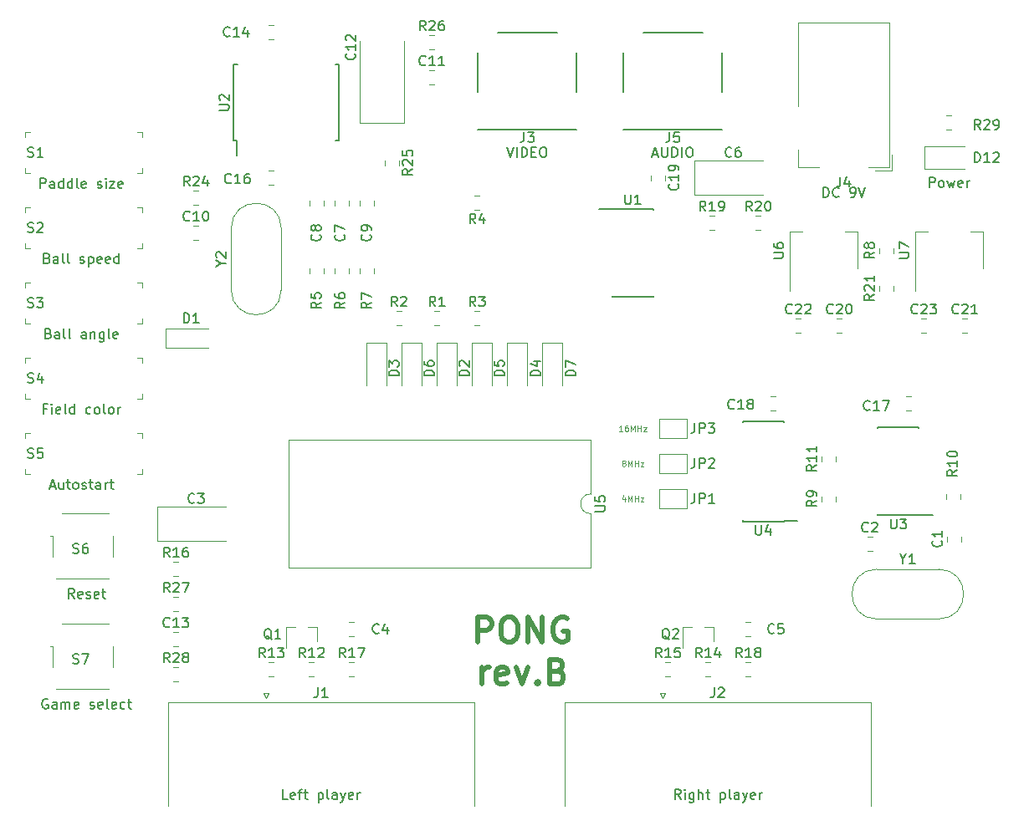
<source format=gbr>
G04 #@! TF.GenerationSoftware,KiCad,Pcbnew,5.0.2-bee76a0~70~ubuntu18.04.1*
G04 #@! TF.CreationDate,2020-01-13T15:24:33+02:00*
G04 #@! TF.ProjectId,videosport,76696465-6f73-4706-9f72-742e6b696361,rev?*
G04 #@! TF.SameCoordinates,Original*
G04 #@! TF.FileFunction,Legend,Top*
G04 #@! TF.FilePolarity,Positive*
%FSLAX46Y46*%
G04 Gerber Fmt 4.6, Leading zero omitted, Abs format (unit mm)*
G04 Created by KiCad (PCBNEW 5.0.2-bee76a0~70~ubuntu18.04.1) date Пнд 13 янв 2020 15:24:33*
%MOMM*%
%LPD*%
G01*
G04 APERTURE LIST*
%ADD10C,0.500000*%
%ADD11C,0.120000*%
%ADD12C,0.100000*%
%ADD13C,0.150000*%
%ADD14C,0.203200*%
%ADD15C,0.125000*%
G04 APERTURE END LIST*
D10*
X155496190Y-117115952D02*
X155496190Y-114615952D01*
X156448571Y-114615952D01*
X156686666Y-114735000D01*
X156805714Y-114854047D01*
X156924761Y-115092142D01*
X156924761Y-115449285D01*
X156805714Y-115687380D01*
X156686666Y-115806428D01*
X156448571Y-115925476D01*
X155496190Y-115925476D01*
X158472380Y-114615952D02*
X158948571Y-114615952D01*
X159186666Y-114735000D01*
X159424761Y-114973095D01*
X159543809Y-115449285D01*
X159543809Y-116282619D01*
X159424761Y-116758809D01*
X159186666Y-116996904D01*
X158948571Y-117115952D01*
X158472380Y-117115952D01*
X158234285Y-116996904D01*
X157996190Y-116758809D01*
X157877142Y-116282619D01*
X157877142Y-115449285D01*
X157996190Y-114973095D01*
X158234285Y-114735000D01*
X158472380Y-114615952D01*
X160615238Y-117115952D02*
X160615238Y-114615952D01*
X162043809Y-117115952D01*
X162043809Y-114615952D01*
X164543809Y-114735000D02*
X164305714Y-114615952D01*
X163948571Y-114615952D01*
X163591428Y-114735000D01*
X163353333Y-114973095D01*
X163234285Y-115211190D01*
X163115238Y-115687380D01*
X163115238Y-116044523D01*
X163234285Y-116520714D01*
X163353333Y-116758809D01*
X163591428Y-116996904D01*
X163948571Y-117115952D01*
X164186666Y-117115952D01*
X164543809Y-116996904D01*
X164662857Y-116877857D01*
X164662857Y-116044523D01*
X164186666Y-116044523D01*
X155972380Y-121365952D02*
X155972380Y-119699285D01*
X155972380Y-120175476D02*
X156091428Y-119937380D01*
X156210476Y-119818333D01*
X156448571Y-119699285D01*
X156686666Y-119699285D01*
X158472380Y-121246904D02*
X158234285Y-121365952D01*
X157758095Y-121365952D01*
X157520000Y-121246904D01*
X157400952Y-121008809D01*
X157400952Y-120056428D01*
X157520000Y-119818333D01*
X157758095Y-119699285D01*
X158234285Y-119699285D01*
X158472380Y-119818333D01*
X158591428Y-120056428D01*
X158591428Y-120294523D01*
X157400952Y-120532619D01*
X159424761Y-119699285D02*
X160020000Y-121365952D01*
X160615238Y-119699285D01*
X161567619Y-121127857D02*
X161686666Y-121246904D01*
X161567619Y-121365952D01*
X161448571Y-121246904D01*
X161567619Y-121127857D01*
X161567619Y-121365952D01*
X163591428Y-120056428D02*
X163948571Y-120175476D01*
X164067619Y-120294523D01*
X164186666Y-120532619D01*
X164186666Y-120889761D01*
X164067619Y-121127857D01*
X163948571Y-121246904D01*
X163710476Y-121365952D01*
X162758095Y-121365952D01*
X162758095Y-118865952D01*
X163591428Y-118865952D01*
X163829523Y-118985000D01*
X163948571Y-119104047D01*
X164067619Y-119342142D01*
X164067619Y-119580238D01*
X163948571Y-119818333D01*
X163829523Y-119937380D01*
X163591428Y-120056428D01*
X162758095Y-120056428D01*
D11*
G04 #@! TO.C,C2*
X194930262Y-107898000D02*
X195447418Y-107898000D01*
X194930262Y-106478000D02*
X195447418Y-106478000D01*
G04 #@! TO.C,C4*
X143006578Y-116534000D02*
X142489422Y-116534000D01*
X143006578Y-115114000D02*
X142489422Y-115114000D01*
G04 #@! TO.C,C5*
X183138578Y-115114000D02*
X182621422Y-115114000D01*
X183138578Y-116534000D02*
X182621422Y-116534000D01*
G04 #@! TO.C,C7*
X141022000Y-72902578D02*
X141022000Y-72385422D01*
X142442000Y-72902578D02*
X142442000Y-72385422D01*
G04 #@! TO.C,C8*
X139902000Y-72902578D02*
X139902000Y-72385422D01*
X138482000Y-72902578D02*
X138482000Y-72385422D01*
G04 #@! TO.C,C9*
X143562000Y-72902578D02*
X143562000Y-72385422D01*
X144982000Y-72902578D02*
X144982000Y-72385422D01*
G04 #@! TO.C,C10*
X126741422Y-76402000D02*
X127258578Y-76402000D01*
X126741422Y-74982000D02*
X127258578Y-74982000D01*
G04 #@! TO.C,C11*
X150617422Y-59234000D02*
X151134578Y-59234000D01*
X150617422Y-60654000D02*
X151134578Y-60654000D01*
G04 #@! TO.C,C13*
X124709422Y-117550000D02*
X125226578Y-117550000D01*
X124709422Y-116130000D02*
X125226578Y-116130000D01*
G04 #@! TO.C,C14*
X134878578Y-56082000D02*
X134361422Y-56082000D01*
X134878578Y-54662000D02*
X134361422Y-54662000D01*
G04 #@! TO.C,C16*
X134361422Y-69394000D02*
X134878578Y-69394000D01*
X134361422Y-70814000D02*
X134878578Y-70814000D01*
G04 #@! TO.C,C17*
X199394578Y-92254000D02*
X198877422Y-92254000D01*
X199394578Y-93674000D02*
X198877422Y-93674000D01*
G04 #@! TO.C,C18*
X185678578Y-93674000D02*
X185161422Y-93674000D01*
X185678578Y-92254000D02*
X185161422Y-92254000D01*
G04 #@! TO.C,C19*
X173026000Y-69845422D02*
X173026000Y-70362578D01*
X174446000Y-69845422D02*
X174446000Y-70362578D01*
G04 #@! TO.C,C1*
X202998000Y-106938578D02*
X202998000Y-106421422D01*
X204418000Y-106938578D02*
X204418000Y-106421422D01*
G04 #@! TO.C,R7*
X143562000Y-79760578D02*
X143562000Y-79243422D01*
X144982000Y-79760578D02*
X144982000Y-79243422D01*
G04 #@! TO.C,R5*
X139902000Y-79760578D02*
X139902000Y-79243422D01*
X138482000Y-79760578D02*
X138482000Y-79243422D01*
G04 #@! TO.C,R16*
X124709422Y-109018000D02*
X125226578Y-109018000D01*
X124709422Y-110438000D02*
X125226578Y-110438000D01*
G04 #@! TO.C,R17*
X142489422Y-120598000D02*
X143006578Y-120598000D01*
X142489422Y-119178000D02*
X143006578Y-119178000D01*
G04 #@! TO.C,R18*
X182621422Y-119178000D02*
X183138578Y-119178000D01*
X182621422Y-120598000D02*
X183138578Y-120598000D01*
G04 #@! TO.C,R19*
X178948582Y-75386000D02*
X179465738Y-75386000D01*
X178948582Y-73966000D02*
X179465738Y-73966000D01*
G04 #@! TO.C,R20*
X183637422Y-73966000D02*
X184154578Y-73966000D01*
X183637422Y-75386000D02*
X184154578Y-75386000D01*
G04 #@! TO.C,R9*
X191718000Y-102874578D02*
X191718000Y-102357422D01*
X190298000Y-102874578D02*
X190298000Y-102357422D01*
G04 #@! TO.C,R10*
X202958157Y-102624313D02*
X202958157Y-102107157D01*
X204378157Y-102624313D02*
X204378157Y-102107157D01*
G04 #@! TO.C,R11*
X191718000Y-98810578D02*
X191718000Y-98293422D01*
X190298000Y-98810578D02*
X190298000Y-98293422D01*
G04 #@! TO.C,R13*
X134361422Y-119178000D02*
X134878578Y-119178000D01*
X134361422Y-120598000D02*
X134878578Y-120598000D01*
G04 #@! TO.C,R12*
X138425422Y-120598000D02*
X138942578Y-120598000D01*
X138425422Y-119178000D02*
X138942578Y-119178000D01*
G04 #@! TO.C,R6*
X141022000Y-79760578D02*
X141022000Y-79243422D01*
X142442000Y-79760578D02*
X142442000Y-79243422D01*
G04 #@! TO.C,R25*
X146102000Y-68321422D02*
X146102000Y-68838578D01*
X147522000Y-68321422D02*
X147522000Y-68838578D01*
G04 #@! TO.C,R24*
X126741422Y-71426000D02*
X127258578Y-71426000D01*
X126741422Y-72846000D02*
X127258578Y-72846000D01*
G04 #@! TO.C,R14*
X178557422Y-120598000D02*
X179074578Y-120598000D01*
X178557422Y-119178000D02*
X179074578Y-119178000D01*
G04 #@! TO.C,R26*
X150617422Y-55678000D02*
X151134578Y-55678000D01*
X150617422Y-57098000D02*
X151134578Y-57098000D01*
G04 #@! TO.C,R27*
X124709422Y-113994000D02*
X125226578Y-113994000D01*
X124709422Y-112574000D02*
X125226578Y-112574000D01*
G04 #@! TO.C,R29*
X203458578Y-65226000D02*
X202941422Y-65226000D01*
X203458578Y-63806000D02*
X202941422Y-63806000D01*
G04 #@! TO.C,R15*
X174493422Y-120598000D02*
X175010578Y-120598000D01*
X174493422Y-119178000D02*
X175010578Y-119178000D01*
G04 #@! TO.C,R28*
X124709422Y-119686000D02*
X125226578Y-119686000D01*
X124709422Y-121106000D02*
X125226578Y-121106000D01*
G04 #@! TO.C,R3*
X155189422Y-85038000D02*
X155706578Y-85038000D01*
X155189422Y-83618000D02*
X155706578Y-83618000D01*
G04 #@! TO.C,R1*
X151125422Y-83618000D02*
X151642578Y-83618000D01*
X151125422Y-85038000D02*
X151642578Y-85038000D01*
G04 #@! TO.C,R2*
X147259423Y-85034961D02*
X147776579Y-85034961D01*
X147259423Y-83614961D02*
X147776579Y-83614961D01*
G04 #@! TO.C,R4*
X155706578Y-73354000D02*
X155189422Y-73354000D01*
X155706578Y-71934000D02*
X155189422Y-71934000D01*
G04 #@! TO.C,R8*
X197560000Y-77728578D02*
X197560000Y-77211422D01*
X196140000Y-77728578D02*
X196140000Y-77211422D01*
G04 #@! TO.C,R21*
X196140000Y-81538578D02*
X196140000Y-81021422D01*
X197560000Y-81538578D02*
X197560000Y-81021422D01*
G04 #@! TO.C,C23*
X200401422Y-85800000D02*
X200918578Y-85800000D01*
X200401422Y-84380000D02*
X200918578Y-84380000D01*
G04 #@! TO.C,C22*
X187701422Y-84380000D02*
X188218578Y-84380000D01*
X187701422Y-85800000D02*
X188218578Y-85800000D01*
G04 #@! TO.C,C21*
X204543922Y-85800000D02*
X205061078Y-85800000D01*
X204543922Y-84380000D02*
X205061078Y-84380000D01*
G04 #@! TO.C,C20*
X191843922Y-84380000D02*
X192361078Y-84380000D01*
X191843922Y-85800000D02*
X192361078Y-85800000D01*
G04 #@! TO.C,U6*
X187090000Y-81570000D02*
X187090000Y-75560000D01*
X193910000Y-79320000D02*
X193910000Y-75560000D01*
X187090000Y-75560000D02*
X188350000Y-75560000D01*
X193910000Y-75560000D02*
X192650000Y-75560000D01*
G04 #@! TO.C,U7*
X206610000Y-75560000D02*
X205350000Y-75560000D01*
X199790000Y-75560000D02*
X201050000Y-75560000D01*
X206610000Y-79320000D02*
X206610000Y-75560000D01*
X199790000Y-81570000D02*
X199790000Y-75560000D01*
G04 #@! TO.C,D12*
X204800000Y-66937000D02*
X200740000Y-66937000D01*
X200740000Y-66937000D02*
X200740000Y-69207000D01*
X200740000Y-69207000D02*
X204800000Y-69207000D01*
G04 #@! TO.C,D6*
X147844000Y-86858000D02*
X147844000Y-91158000D01*
X149844000Y-86858000D02*
X147844000Y-86858000D01*
X149844000Y-91158000D02*
X149844000Y-86858000D01*
G04 #@! TO.C,D7*
X162068000Y-86858000D02*
X162068000Y-91158000D01*
X164068000Y-86858000D02*
X162068000Y-86858000D01*
X164068000Y-91158000D02*
X164068000Y-86858000D01*
G04 #@! TO.C,D5*
X156956000Y-91158000D02*
X156956000Y-86858000D01*
X156956000Y-86858000D02*
X154956000Y-86858000D01*
X154956000Y-86858000D02*
X154956000Y-91158000D01*
G04 #@! TO.C,D4*
X158512000Y-86858000D02*
X158512000Y-91158000D01*
X160512000Y-86858000D02*
X158512000Y-86858000D01*
X160512000Y-91158000D02*
X160512000Y-86858000D01*
G04 #@! TO.C,D3*
X146288000Y-91158000D02*
X146288000Y-86858000D01*
X146288000Y-86858000D02*
X144288000Y-86858000D01*
X144288000Y-86858000D02*
X144288000Y-91158000D01*
G04 #@! TO.C,D2*
X151400000Y-86858000D02*
X151400000Y-91158000D01*
X153400000Y-86858000D02*
X151400000Y-86858000D01*
X153400000Y-91158000D02*
X153400000Y-86858000D01*
G04 #@! TO.C,D1*
X128242000Y-85360000D02*
X123942000Y-85360000D01*
X123942000Y-85360000D02*
X123942000Y-87360000D01*
X123942000Y-87360000D02*
X128242000Y-87360000D01*
G04 #@! TO.C,U5*
X166938000Y-104124000D02*
G75*
G02X166938000Y-102124000I0J1000000D01*
G01*
X166938000Y-102124000D02*
X166938000Y-96664000D01*
X166938000Y-96664000D02*
X136338000Y-96664000D01*
X136338000Y-96664000D02*
X136338000Y-109584000D01*
X136338000Y-109584000D02*
X166938000Y-109584000D01*
X166938000Y-109584000D02*
X166938000Y-104124000D01*
D12*
G04 #@! TO.C,S5*
X121584000Y-95944000D02*
X121084000Y-95944000D01*
X121584000Y-95944000D02*
X121584000Y-96444000D01*
X109684000Y-95944000D02*
X109684000Y-96444000D01*
X109684000Y-95944000D02*
X110184000Y-95944000D01*
X109684000Y-100144000D02*
X109684000Y-99644000D01*
X109684000Y-100144000D02*
X110184000Y-100144000D01*
X121584000Y-100144000D02*
X121584000Y-99644000D01*
X121584000Y-100144000D02*
X121084000Y-100144000D01*
G04 #@! TO.C,S2*
X121584000Y-77284000D02*
X121084000Y-77284000D01*
X121584000Y-77284000D02*
X121584000Y-76784000D01*
X109684000Y-77284000D02*
X110184000Y-77284000D01*
X109684000Y-77284000D02*
X109684000Y-76784000D01*
X109684000Y-73084000D02*
X110184000Y-73084000D01*
X109684000Y-73084000D02*
X109684000Y-73584000D01*
X121584000Y-73084000D02*
X121584000Y-73584000D01*
X121584000Y-73084000D02*
X121084000Y-73084000D01*
G04 #@! TO.C,S3*
X121584000Y-80704000D02*
X121084000Y-80704000D01*
X121584000Y-80704000D02*
X121584000Y-81204000D01*
X109684000Y-80704000D02*
X109684000Y-81204000D01*
X109684000Y-80704000D02*
X110184000Y-80704000D01*
X109684000Y-84904000D02*
X109684000Y-84404000D01*
X109684000Y-84904000D02*
X110184000Y-84904000D01*
X121584000Y-84904000D02*
X121584000Y-84404000D01*
X121584000Y-84904000D02*
X121084000Y-84904000D01*
G04 #@! TO.C,S4*
X121584000Y-92524000D02*
X121084000Y-92524000D01*
X121584000Y-92524000D02*
X121584000Y-92024000D01*
X109684000Y-92524000D02*
X110184000Y-92524000D01*
X109684000Y-92524000D02*
X109684000Y-92024000D01*
X109684000Y-88324000D02*
X110184000Y-88324000D01*
X109684000Y-88324000D02*
X109684000Y-88824000D01*
X121584000Y-88324000D02*
X121584000Y-88824000D01*
X121584000Y-88324000D02*
X121084000Y-88324000D01*
G04 #@! TO.C,S7*
X113468000Y-115290600D02*
X118135400Y-115290600D01*
X112471200Y-117525800D02*
X112471200Y-119634000D01*
X118577200Y-117536800D02*
X118577200Y-119632000D01*
X118160800Y-121894600D02*
X112868000Y-121884800D01*
X112471200Y-117532400D02*
X112221200Y-117532400D01*
G04 #@! TO.C,S6*
X112471200Y-106356400D02*
X112221200Y-106356400D01*
X118160800Y-110718600D02*
X112868000Y-110708800D01*
X118577200Y-106360800D02*
X118577200Y-108456000D01*
X112471200Y-106349800D02*
X112471200Y-108458000D01*
X113468000Y-104114600D02*
X118135400Y-104114600D01*
D11*
G04 #@! TO.C,C3*
X123065000Y-106866000D02*
X130000000Y-106866000D01*
X123065000Y-103446000D02*
X123065000Y-106866000D01*
X130000000Y-103446000D02*
X123065000Y-103446000D01*
G04 #@! TO.C,C6*
X184356000Y-68394000D02*
X177421000Y-68394000D01*
X177421000Y-68394000D02*
X177421000Y-71814000D01*
X177421000Y-71814000D02*
X184356000Y-71814000D01*
G04 #@! TO.C,C12*
X143536000Y-56294000D02*
X143536000Y-64529000D01*
X143536000Y-64529000D02*
X148056000Y-64529000D01*
X148056000Y-64529000D02*
X148056000Y-56294000D01*
G04 #@! TO.C,Y2*
X130571000Y-81457000D02*
X130571000Y-75207000D01*
X135621000Y-81457000D02*
X135621000Y-75207000D01*
X135621000Y-81457000D02*
G75*
G02X130571000Y-81457000I-2525000J0D01*
G01*
X135621000Y-75207000D02*
G75*
G03X130571000Y-75207000I-2525000J0D01*
G01*
G04 #@! TO.C,Q2*
X179380000Y-115572000D02*
X179380000Y-117032000D01*
X176220000Y-115572000D02*
X176220000Y-117732000D01*
X176220000Y-115572000D02*
X177150000Y-115572000D01*
X179380000Y-115572000D02*
X178450000Y-115572000D01*
G04 #@! TO.C,Q1*
X139248000Y-115572000D02*
X138318000Y-115572000D01*
X136088000Y-115572000D02*
X137018000Y-115572000D01*
X136088000Y-115572000D02*
X136088000Y-117732000D01*
X139248000Y-115572000D02*
X139248000Y-117032000D01*
D12*
G04 #@! TO.C,S1*
X121584000Y-69664000D02*
X121084000Y-69664000D01*
X121584000Y-69664000D02*
X121584000Y-69164000D01*
X109684000Y-69664000D02*
X110184000Y-69664000D01*
X109684000Y-69664000D02*
X109684000Y-69164000D01*
X109684000Y-65464000D02*
X110184000Y-65464000D01*
X109684000Y-65464000D02*
X109684000Y-65964000D01*
X121584000Y-65464000D02*
X121584000Y-65964000D01*
X121584000Y-65464000D02*
X121084000Y-65464000D01*
D11*
G04 #@! TO.C,Y1*
X195911000Y-109743000D02*
X202161000Y-109743000D01*
X195911000Y-114793000D02*
X202161000Y-114793000D01*
X195911000Y-114793000D02*
G75*
G02X195911000Y-109743000I0J2525000D01*
G01*
X202161000Y-114793000D02*
G75*
G03X202161000Y-109743000I0J2525000D01*
G01*
G04 #@! TO.C,JP3*
X176660000Y-94504000D02*
X176660000Y-96504000D01*
X173860000Y-94504000D02*
X176660000Y-94504000D01*
X173860000Y-96504000D02*
X173860000Y-94504000D01*
X176660000Y-96504000D02*
X173860000Y-96504000D01*
G04 #@! TO.C,JP2*
X176660000Y-100060000D02*
X173860000Y-100060000D01*
X173860000Y-100060000D02*
X173860000Y-98060000D01*
X173860000Y-98060000D02*
X176660000Y-98060000D01*
X176660000Y-98060000D02*
X176660000Y-100060000D01*
G04 #@! TO.C,JP1*
X176660000Y-101616000D02*
X176660000Y-103616000D01*
X173860000Y-101616000D02*
X176660000Y-101616000D01*
X173860000Y-103616000D02*
X173860000Y-101616000D01*
X176660000Y-103616000D02*
X173860000Y-103616000D01*
D13*
G04 #@! TO.C,U3*
X200155157Y-104275735D02*
X200155157Y-104250735D01*
X196005157Y-104275735D02*
X196005157Y-104160735D01*
X196005157Y-95375735D02*
X196005157Y-95490735D01*
X200155157Y-95375735D02*
X200155157Y-95490735D01*
X200155157Y-104275735D02*
X196005157Y-104275735D01*
X200155157Y-95375735D02*
X196005157Y-95375735D01*
X200155157Y-104250735D02*
X201530157Y-104250735D01*
G04 #@! TO.C,U4*
X186479000Y-104900735D02*
X186479000Y-104875735D01*
X182329000Y-104900735D02*
X182329000Y-104795735D01*
X182329000Y-94750735D02*
X182329000Y-94855735D01*
X186479000Y-94750735D02*
X186479000Y-94855735D01*
X186479000Y-104900735D02*
X182329000Y-104900735D01*
X186479000Y-94750735D02*
X182329000Y-94750735D01*
X186479000Y-104875735D02*
X187854000Y-104875735D01*
D14*
G04 #@! TO.C,J5*
X180258720Y-57437020D02*
X180258720Y-61434980D01*
X180258720Y-65234820D02*
X170261280Y-65234820D01*
X170261280Y-57437020D02*
X170261280Y-61434980D01*
X178259740Y-55438040D02*
X172260260Y-55438040D01*
D11*
G04 #@! TO.C,J4*
X187932000Y-62872000D02*
X187932000Y-54372000D01*
X187932000Y-54372000D02*
X197132000Y-54372000D01*
X197132000Y-54372000D02*
X197132000Y-69072000D01*
X190032000Y-69072000D02*
X187932000Y-69072000D01*
X187932000Y-69072000D02*
X187932000Y-67272000D01*
X195732000Y-69372000D02*
X197432000Y-69372000D01*
X197432000Y-69372000D02*
X197432000Y-67772000D01*
X197132000Y-69072000D02*
X195032000Y-69072000D01*
D14*
G04 #@! TO.C,J3*
X165526720Y-57437020D02*
X165526720Y-61434980D01*
X165526720Y-65234820D02*
X155529280Y-65234820D01*
X155529280Y-57437020D02*
X155529280Y-61434980D01*
X163527740Y-55438040D02*
X157528260Y-55438040D01*
D11*
G04 #@! TO.C,J2*
X174244000Y-122762675D02*
X173994000Y-122329662D01*
X174494000Y-122329662D02*
X174244000Y-122762675D01*
X173994000Y-122329662D02*
X174494000Y-122329662D01*
X195269000Y-123224000D02*
X195269000Y-133704000D01*
X164299000Y-123224000D02*
X195269000Y-123224000D01*
X164299000Y-133704000D02*
X164299000Y-123224000D01*
G04 #@! TO.C,J1*
X124167000Y-133704000D02*
X124167000Y-123224000D01*
X124167000Y-123224000D02*
X155137000Y-123224000D01*
X155137000Y-123224000D02*
X155137000Y-133704000D01*
X133862000Y-122329662D02*
X134362000Y-122329662D01*
X134362000Y-122329662D02*
X134112000Y-122762675D01*
X134112000Y-122762675D02*
X133862000Y-122329662D01*
D13*
G04 #@! TO.C,U1*
X169121000Y-73274000D02*
X169121000Y-73299000D01*
X173271000Y-73274000D02*
X173271000Y-73389000D01*
X173271000Y-82174000D02*
X173271000Y-82059000D01*
X169121000Y-82174000D02*
X169121000Y-82059000D01*
X169121000Y-73274000D02*
X173271000Y-73274000D01*
X169121000Y-82174000D02*
X173271000Y-82174000D01*
X169121000Y-73299000D02*
X167746000Y-73299000D01*
G04 #@! TO.C,U2*
X130819000Y-66359000D02*
X131094000Y-66359000D01*
X130819000Y-58609000D02*
X131174000Y-58609000D01*
X141469000Y-58609000D02*
X141114000Y-58609000D01*
X141469000Y-66359000D02*
X141114000Y-66359000D01*
X130819000Y-66359000D02*
X130819000Y-58609000D01*
X141469000Y-66359000D02*
X141469000Y-58609000D01*
X131094000Y-66359000D02*
X131094000Y-67884000D01*
G04 #@! TO.C,C2*
X195022173Y-105895142D02*
X194974554Y-105942761D01*
X194831697Y-105990380D01*
X194736459Y-105990380D01*
X194593601Y-105942761D01*
X194498363Y-105847523D01*
X194450744Y-105752285D01*
X194403125Y-105561809D01*
X194403125Y-105418952D01*
X194450744Y-105228476D01*
X194498363Y-105133238D01*
X194593601Y-105038000D01*
X194736459Y-104990380D01*
X194831697Y-104990380D01*
X194974554Y-105038000D01*
X195022173Y-105085619D01*
X195403125Y-105085619D02*
X195450744Y-105038000D01*
X195545982Y-104990380D01*
X195784078Y-104990380D01*
X195879316Y-105038000D01*
X195926935Y-105085619D01*
X195974554Y-105180857D01*
X195974554Y-105276095D01*
X195926935Y-105418952D01*
X195355506Y-105990380D01*
X195974554Y-105990380D01*
G04 #@! TO.C,C4*
X145502333Y-116181142D02*
X145454714Y-116228761D01*
X145311857Y-116276380D01*
X145216619Y-116276380D01*
X145073761Y-116228761D01*
X144978523Y-116133523D01*
X144930904Y-116038285D01*
X144883285Y-115847809D01*
X144883285Y-115704952D01*
X144930904Y-115514476D01*
X144978523Y-115419238D01*
X145073761Y-115324000D01*
X145216619Y-115276380D01*
X145311857Y-115276380D01*
X145454714Y-115324000D01*
X145502333Y-115371619D01*
X146359476Y-115609714D02*
X146359476Y-116276380D01*
X146121380Y-115228761D02*
X145883285Y-115943047D01*
X146502333Y-115943047D01*
G04 #@! TO.C,C5*
X185507333Y-116181142D02*
X185459714Y-116228761D01*
X185316857Y-116276380D01*
X185221619Y-116276380D01*
X185078761Y-116228761D01*
X184983523Y-116133523D01*
X184935904Y-116038285D01*
X184888285Y-115847809D01*
X184888285Y-115704952D01*
X184935904Y-115514476D01*
X184983523Y-115419238D01*
X185078761Y-115324000D01*
X185221619Y-115276380D01*
X185316857Y-115276380D01*
X185459714Y-115324000D01*
X185507333Y-115371619D01*
X186412095Y-115276380D02*
X185935904Y-115276380D01*
X185888285Y-115752571D01*
X185935904Y-115704952D01*
X186031142Y-115657333D01*
X186269238Y-115657333D01*
X186364476Y-115704952D01*
X186412095Y-115752571D01*
X186459714Y-115847809D01*
X186459714Y-116085904D01*
X186412095Y-116181142D01*
X186364476Y-116228761D01*
X186269238Y-116276380D01*
X186031142Y-116276380D01*
X185935904Y-116228761D01*
X185888285Y-116181142D01*
G04 #@! TO.C,C7*
X141962142Y-75858666D02*
X142009761Y-75906285D01*
X142057380Y-76049142D01*
X142057380Y-76144380D01*
X142009761Y-76287238D01*
X141914523Y-76382476D01*
X141819285Y-76430095D01*
X141628809Y-76477714D01*
X141485952Y-76477714D01*
X141295476Y-76430095D01*
X141200238Y-76382476D01*
X141105000Y-76287238D01*
X141057380Y-76144380D01*
X141057380Y-76049142D01*
X141105000Y-75906285D01*
X141152619Y-75858666D01*
X141057380Y-75525333D02*
X141057380Y-74858666D01*
X142057380Y-75287238D01*
G04 #@! TO.C,C8*
X139549142Y-75858666D02*
X139596761Y-75906285D01*
X139644380Y-76049142D01*
X139644380Y-76144380D01*
X139596761Y-76287238D01*
X139501523Y-76382476D01*
X139406285Y-76430095D01*
X139215809Y-76477714D01*
X139072952Y-76477714D01*
X138882476Y-76430095D01*
X138787238Y-76382476D01*
X138692000Y-76287238D01*
X138644380Y-76144380D01*
X138644380Y-76049142D01*
X138692000Y-75906285D01*
X138739619Y-75858666D01*
X139072952Y-75287238D02*
X139025333Y-75382476D01*
X138977714Y-75430095D01*
X138882476Y-75477714D01*
X138834857Y-75477714D01*
X138739619Y-75430095D01*
X138692000Y-75382476D01*
X138644380Y-75287238D01*
X138644380Y-75096761D01*
X138692000Y-75001523D01*
X138739619Y-74953904D01*
X138834857Y-74906285D01*
X138882476Y-74906285D01*
X138977714Y-74953904D01*
X139025333Y-75001523D01*
X139072952Y-75096761D01*
X139072952Y-75287238D01*
X139120571Y-75382476D01*
X139168190Y-75430095D01*
X139263428Y-75477714D01*
X139453904Y-75477714D01*
X139549142Y-75430095D01*
X139596761Y-75382476D01*
X139644380Y-75287238D01*
X139644380Y-75096761D01*
X139596761Y-75001523D01*
X139549142Y-74953904D01*
X139453904Y-74906285D01*
X139263428Y-74906285D01*
X139168190Y-74953904D01*
X139120571Y-75001523D01*
X139072952Y-75096761D01*
G04 #@! TO.C,C9*
X144629142Y-75858666D02*
X144676761Y-75906285D01*
X144724380Y-76049142D01*
X144724380Y-76144380D01*
X144676761Y-76287238D01*
X144581523Y-76382476D01*
X144486285Y-76430095D01*
X144295809Y-76477714D01*
X144152952Y-76477714D01*
X143962476Y-76430095D01*
X143867238Y-76382476D01*
X143772000Y-76287238D01*
X143724380Y-76144380D01*
X143724380Y-76049142D01*
X143772000Y-75906285D01*
X143819619Y-75858666D01*
X144724380Y-75382476D02*
X144724380Y-75192000D01*
X144676761Y-75096761D01*
X144629142Y-75049142D01*
X144486285Y-74953904D01*
X144295809Y-74906285D01*
X143914857Y-74906285D01*
X143819619Y-74953904D01*
X143772000Y-75001523D01*
X143724380Y-75096761D01*
X143724380Y-75287238D01*
X143772000Y-75382476D01*
X143819619Y-75430095D01*
X143914857Y-75477714D01*
X144152952Y-75477714D01*
X144248190Y-75430095D01*
X144295809Y-75382476D01*
X144343428Y-75287238D01*
X144343428Y-75096761D01*
X144295809Y-75001523D01*
X144248190Y-74953904D01*
X144152952Y-74906285D01*
G04 #@! TO.C,C10*
X126357142Y-74399142D02*
X126309523Y-74446761D01*
X126166666Y-74494380D01*
X126071428Y-74494380D01*
X125928571Y-74446761D01*
X125833333Y-74351523D01*
X125785714Y-74256285D01*
X125738095Y-74065809D01*
X125738095Y-73922952D01*
X125785714Y-73732476D01*
X125833333Y-73637238D01*
X125928571Y-73542000D01*
X126071428Y-73494380D01*
X126166666Y-73494380D01*
X126309523Y-73542000D01*
X126357142Y-73589619D01*
X127309523Y-74494380D02*
X126738095Y-74494380D01*
X127023809Y-74494380D02*
X127023809Y-73494380D01*
X126928571Y-73637238D01*
X126833333Y-73732476D01*
X126738095Y-73780095D01*
X127928571Y-73494380D02*
X128023809Y-73494380D01*
X128119047Y-73542000D01*
X128166666Y-73589619D01*
X128214285Y-73684857D01*
X128261904Y-73875333D01*
X128261904Y-74113428D01*
X128214285Y-74303904D01*
X128166666Y-74399142D01*
X128119047Y-74446761D01*
X128023809Y-74494380D01*
X127928571Y-74494380D01*
X127833333Y-74446761D01*
X127785714Y-74399142D01*
X127738095Y-74303904D01*
X127690476Y-74113428D01*
X127690476Y-73875333D01*
X127738095Y-73684857D01*
X127785714Y-73589619D01*
X127833333Y-73542000D01*
X127928571Y-73494380D01*
G04 #@! TO.C,C11*
X150233142Y-58651142D02*
X150185523Y-58698761D01*
X150042666Y-58746380D01*
X149947428Y-58746380D01*
X149804571Y-58698761D01*
X149709333Y-58603523D01*
X149661714Y-58508285D01*
X149614095Y-58317809D01*
X149614095Y-58174952D01*
X149661714Y-57984476D01*
X149709333Y-57889238D01*
X149804571Y-57794000D01*
X149947428Y-57746380D01*
X150042666Y-57746380D01*
X150185523Y-57794000D01*
X150233142Y-57841619D01*
X151185523Y-58746380D02*
X150614095Y-58746380D01*
X150899809Y-58746380D02*
X150899809Y-57746380D01*
X150804571Y-57889238D01*
X150709333Y-57984476D01*
X150614095Y-58032095D01*
X152137904Y-58746380D02*
X151566476Y-58746380D01*
X151852190Y-58746380D02*
X151852190Y-57746380D01*
X151756952Y-57889238D01*
X151661714Y-57984476D01*
X151566476Y-58032095D01*
G04 #@! TO.C,C13*
X124325142Y-115547142D02*
X124277523Y-115594761D01*
X124134666Y-115642380D01*
X124039428Y-115642380D01*
X123896571Y-115594761D01*
X123801333Y-115499523D01*
X123753714Y-115404285D01*
X123706095Y-115213809D01*
X123706095Y-115070952D01*
X123753714Y-114880476D01*
X123801333Y-114785238D01*
X123896571Y-114690000D01*
X124039428Y-114642380D01*
X124134666Y-114642380D01*
X124277523Y-114690000D01*
X124325142Y-114737619D01*
X125277523Y-115642380D02*
X124706095Y-115642380D01*
X124991809Y-115642380D02*
X124991809Y-114642380D01*
X124896571Y-114785238D01*
X124801333Y-114880476D01*
X124706095Y-114928095D01*
X125610857Y-114642380D02*
X126229904Y-114642380D01*
X125896571Y-115023333D01*
X126039428Y-115023333D01*
X126134666Y-115070952D01*
X126182285Y-115118571D01*
X126229904Y-115213809D01*
X126229904Y-115451904D01*
X126182285Y-115547142D01*
X126134666Y-115594761D01*
X126039428Y-115642380D01*
X125753714Y-115642380D01*
X125658476Y-115594761D01*
X125610857Y-115547142D01*
G04 #@! TO.C,C14*
X130421142Y-55729142D02*
X130373523Y-55776761D01*
X130230666Y-55824380D01*
X130135428Y-55824380D01*
X129992571Y-55776761D01*
X129897333Y-55681523D01*
X129849714Y-55586285D01*
X129802095Y-55395809D01*
X129802095Y-55252952D01*
X129849714Y-55062476D01*
X129897333Y-54967238D01*
X129992571Y-54872000D01*
X130135428Y-54824380D01*
X130230666Y-54824380D01*
X130373523Y-54872000D01*
X130421142Y-54919619D01*
X131373523Y-55824380D02*
X130802095Y-55824380D01*
X131087809Y-55824380D02*
X131087809Y-54824380D01*
X130992571Y-54967238D01*
X130897333Y-55062476D01*
X130802095Y-55110095D01*
X132230666Y-55157714D02*
X132230666Y-55824380D01*
X131992571Y-54776761D02*
X131754476Y-55491047D01*
X132373523Y-55491047D01*
G04 #@! TO.C,C16*
X130548142Y-70588142D02*
X130500523Y-70635761D01*
X130357666Y-70683380D01*
X130262428Y-70683380D01*
X130119571Y-70635761D01*
X130024333Y-70540523D01*
X129976714Y-70445285D01*
X129929095Y-70254809D01*
X129929095Y-70111952D01*
X129976714Y-69921476D01*
X130024333Y-69826238D01*
X130119571Y-69731000D01*
X130262428Y-69683380D01*
X130357666Y-69683380D01*
X130500523Y-69731000D01*
X130548142Y-69778619D01*
X131500523Y-70683380D02*
X130929095Y-70683380D01*
X131214809Y-70683380D02*
X131214809Y-69683380D01*
X131119571Y-69826238D01*
X131024333Y-69921476D01*
X130929095Y-69969095D01*
X132357666Y-69683380D02*
X132167190Y-69683380D01*
X132071952Y-69731000D01*
X132024333Y-69778619D01*
X131929095Y-69921476D01*
X131881476Y-70111952D01*
X131881476Y-70492904D01*
X131929095Y-70588142D01*
X131976714Y-70635761D01*
X132071952Y-70683380D01*
X132262428Y-70683380D01*
X132357666Y-70635761D01*
X132405285Y-70588142D01*
X132452904Y-70492904D01*
X132452904Y-70254809D01*
X132405285Y-70159571D01*
X132357666Y-70111952D01*
X132262428Y-70064333D01*
X132071952Y-70064333D01*
X131976714Y-70111952D01*
X131929095Y-70159571D01*
X131881476Y-70254809D01*
G04 #@! TO.C,C17*
X195191142Y-93575142D02*
X195143523Y-93622761D01*
X195000666Y-93670380D01*
X194905428Y-93670380D01*
X194762571Y-93622761D01*
X194667333Y-93527523D01*
X194619714Y-93432285D01*
X194572095Y-93241809D01*
X194572095Y-93098952D01*
X194619714Y-92908476D01*
X194667333Y-92813238D01*
X194762571Y-92718000D01*
X194905428Y-92670380D01*
X195000666Y-92670380D01*
X195143523Y-92718000D01*
X195191142Y-92765619D01*
X196143523Y-93670380D02*
X195572095Y-93670380D01*
X195857809Y-93670380D02*
X195857809Y-92670380D01*
X195762571Y-92813238D01*
X195667333Y-92908476D01*
X195572095Y-92956095D01*
X196476857Y-92670380D02*
X197143523Y-92670380D01*
X196714952Y-93670380D01*
G04 #@! TO.C,C18*
X181475142Y-93448142D02*
X181427523Y-93495761D01*
X181284666Y-93543380D01*
X181189428Y-93543380D01*
X181046571Y-93495761D01*
X180951333Y-93400523D01*
X180903714Y-93305285D01*
X180856095Y-93114809D01*
X180856095Y-92971952D01*
X180903714Y-92781476D01*
X180951333Y-92686238D01*
X181046571Y-92591000D01*
X181189428Y-92543380D01*
X181284666Y-92543380D01*
X181427523Y-92591000D01*
X181475142Y-92638619D01*
X182427523Y-93543380D02*
X181856095Y-93543380D01*
X182141809Y-93543380D02*
X182141809Y-92543380D01*
X182046571Y-92686238D01*
X181951333Y-92781476D01*
X181856095Y-92829095D01*
X182998952Y-92971952D02*
X182903714Y-92924333D01*
X182856095Y-92876714D01*
X182808476Y-92781476D01*
X182808476Y-92733857D01*
X182856095Y-92638619D01*
X182903714Y-92591000D01*
X182998952Y-92543380D01*
X183189428Y-92543380D01*
X183284666Y-92591000D01*
X183332285Y-92638619D01*
X183379904Y-92733857D01*
X183379904Y-92781476D01*
X183332285Y-92876714D01*
X183284666Y-92924333D01*
X183189428Y-92971952D01*
X182998952Y-92971952D01*
X182903714Y-93019571D01*
X182856095Y-93067190D01*
X182808476Y-93162428D01*
X182808476Y-93352904D01*
X182856095Y-93448142D01*
X182903714Y-93495761D01*
X182998952Y-93543380D01*
X183189428Y-93543380D01*
X183284666Y-93495761D01*
X183332285Y-93448142D01*
X183379904Y-93352904D01*
X183379904Y-93162428D01*
X183332285Y-93067190D01*
X183284666Y-93019571D01*
X183189428Y-92971952D01*
G04 #@! TO.C,C19*
X175743142Y-70746857D02*
X175790761Y-70794476D01*
X175838380Y-70937333D01*
X175838380Y-71032571D01*
X175790761Y-71175428D01*
X175695523Y-71270666D01*
X175600285Y-71318285D01*
X175409809Y-71365904D01*
X175266952Y-71365904D01*
X175076476Y-71318285D01*
X174981238Y-71270666D01*
X174886000Y-71175428D01*
X174838380Y-71032571D01*
X174838380Y-70937333D01*
X174886000Y-70794476D01*
X174933619Y-70746857D01*
X175838380Y-69794476D02*
X175838380Y-70365904D01*
X175838380Y-70080190D02*
X174838380Y-70080190D01*
X174981238Y-70175428D01*
X175076476Y-70270666D01*
X175124095Y-70365904D01*
X175838380Y-69318285D02*
X175838380Y-69127809D01*
X175790761Y-69032571D01*
X175743142Y-68984952D01*
X175600285Y-68889714D01*
X175409809Y-68842095D01*
X175028857Y-68842095D01*
X174933619Y-68889714D01*
X174886000Y-68937333D01*
X174838380Y-69032571D01*
X174838380Y-69223047D01*
X174886000Y-69318285D01*
X174933619Y-69365904D01*
X175028857Y-69413523D01*
X175266952Y-69413523D01*
X175362190Y-69365904D01*
X175409809Y-69318285D01*
X175457428Y-69223047D01*
X175457428Y-69032571D01*
X175409809Y-68937333D01*
X175362190Y-68889714D01*
X175266952Y-68842095D01*
G04 #@! TO.C,C1*
X202415142Y-106846666D02*
X202462761Y-106894285D01*
X202510380Y-107037142D01*
X202510380Y-107132380D01*
X202462761Y-107275238D01*
X202367523Y-107370476D01*
X202272285Y-107418095D01*
X202081809Y-107465714D01*
X201938952Y-107465714D01*
X201748476Y-107418095D01*
X201653238Y-107370476D01*
X201558000Y-107275238D01*
X201510380Y-107132380D01*
X201510380Y-107037142D01*
X201558000Y-106894285D01*
X201605619Y-106846666D01*
X202510380Y-105894285D02*
X202510380Y-106465714D01*
X202510380Y-106180000D02*
X201510380Y-106180000D01*
X201653238Y-106275238D01*
X201748476Y-106370476D01*
X201796095Y-106465714D01*
G04 #@! TO.C,R7*
X144724380Y-82716666D02*
X144248190Y-83050000D01*
X144724380Y-83288095D02*
X143724380Y-83288095D01*
X143724380Y-82907142D01*
X143772000Y-82811904D01*
X143819619Y-82764285D01*
X143914857Y-82716666D01*
X144057714Y-82716666D01*
X144152952Y-82764285D01*
X144200571Y-82811904D01*
X144248190Y-82907142D01*
X144248190Y-83288095D01*
X143724380Y-82383333D02*
X143724380Y-81716666D01*
X144724380Y-82145238D01*
G04 #@! TO.C,R5*
X139644380Y-82716666D02*
X139168190Y-83050000D01*
X139644380Y-83288095D02*
X138644380Y-83288095D01*
X138644380Y-82907142D01*
X138692000Y-82811904D01*
X138739619Y-82764285D01*
X138834857Y-82716666D01*
X138977714Y-82716666D01*
X139072952Y-82764285D01*
X139120571Y-82811904D01*
X139168190Y-82907142D01*
X139168190Y-83288095D01*
X138644380Y-81811904D02*
X138644380Y-82288095D01*
X139120571Y-82335714D01*
X139072952Y-82288095D01*
X139025333Y-82192857D01*
X139025333Y-81954761D01*
X139072952Y-81859523D01*
X139120571Y-81811904D01*
X139215809Y-81764285D01*
X139453904Y-81764285D01*
X139549142Y-81811904D01*
X139596761Y-81859523D01*
X139644380Y-81954761D01*
X139644380Y-82192857D01*
X139596761Y-82288095D01*
X139549142Y-82335714D01*
G04 #@! TO.C,R16*
X124325142Y-108530380D02*
X123991809Y-108054190D01*
X123753714Y-108530380D02*
X123753714Y-107530380D01*
X124134666Y-107530380D01*
X124229904Y-107578000D01*
X124277523Y-107625619D01*
X124325142Y-107720857D01*
X124325142Y-107863714D01*
X124277523Y-107958952D01*
X124229904Y-108006571D01*
X124134666Y-108054190D01*
X123753714Y-108054190D01*
X125277523Y-108530380D02*
X124706095Y-108530380D01*
X124991809Y-108530380D02*
X124991809Y-107530380D01*
X124896571Y-107673238D01*
X124801333Y-107768476D01*
X124706095Y-107816095D01*
X126134666Y-107530380D02*
X125944190Y-107530380D01*
X125848952Y-107578000D01*
X125801333Y-107625619D01*
X125706095Y-107768476D01*
X125658476Y-107958952D01*
X125658476Y-108339904D01*
X125706095Y-108435142D01*
X125753714Y-108482761D01*
X125848952Y-108530380D01*
X126039428Y-108530380D01*
X126134666Y-108482761D01*
X126182285Y-108435142D01*
X126229904Y-108339904D01*
X126229904Y-108101809D01*
X126182285Y-108006571D01*
X126134666Y-107958952D01*
X126039428Y-107911333D01*
X125848952Y-107911333D01*
X125753714Y-107958952D01*
X125706095Y-108006571D01*
X125658476Y-108101809D01*
G04 #@! TO.C,R17*
X142105142Y-118690380D02*
X141771809Y-118214190D01*
X141533714Y-118690380D02*
X141533714Y-117690380D01*
X141914666Y-117690380D01*
X142009904Y-117738000D01*
X142057523Y-117785619D01*
X142105142Y-117880857D01*
X142105142Y-118023714D01*
X142057523Y-118118952D01*
X142009904Y-118166571D01*
X141914666Y-118214190D01*
X141533714Y-118214190D01*
X143057523Y-118690380D02*
X142486095Y-118690380D01*
X142771809Y-118690380D02*
X142771809Y-117690380D01*
X142676571Y-117833238D01*
X142581333Y-117928476D01*
X142486095Y-117976095D01*
X143390857Y-117690380D02*
X144057523Y-117690380D01*
X143628952Y-118690380D01*
G04 #@! TO.C,R18*
X182237142Y-118690380D02*
X181903809Y-118214190D01*
X181665714Y-118690380D02*
X181665714Y-117690380D01*
X182046666Y-117690380D01*
X182141904Y-117738000D01*
X182189523Y-117785619D01*
X182237142Y-117880857D01*
X182237142Y-118023714D01*
X182189523Y-118118952D01*
X182141904Y-118166571D01*
X182046666Y-118214190D01*
X181665714Y-118214190D01*
X183189523Y-118690380D02*
X182618095Y-118690380D01*
X182903809Y-118690380D02*
X182903809Y-117690380D01*
X182808571Y-117833238D01*
X182713333Y-117928476D01*
X182618095Y-117976095D01*
X183760952Y-118118952D02*
X183665714Y-118071333D01*
X183618095Y-118023714D01*
X183570476Y-117928476D01*
X183570476Y-117880857D01*
X183618095Y-117785619D01*
X183665714Y-117738000D01*
X183760952Y-117690380D01*
X183951428Y-117690380D01*
X184046666Y-117738000D01*
X184094285Y-117785619D01*
X184141904Y-117880857D01*
X184141904Y-117928476D01*
X184094285Y-118023714D01*
X184046666Y-118071333D01*
X183951428Y-118118952D01*
X183760952Y-118118952D01*
X183665714Y-118166571D01*
X183618095Y-118214190D01*
X183570476Y-118309428D01*
X183570476Y-118499904D01*
X183618095Y-118595142D01*
X183665714Y-118642761D01*
X183760952Y-118690380D01*
X183951428Y-118690380D01*
X184046666Y-118642761D01*
X184094285Y-118595142D01*
X184141904Y-118499904D01*
X184141904Y-118309428D01*
X184094285Y-118214190D01*
X184046666Y-118166571D01*
X183951428Y-118118952D01*
G04 #@! TO.C,R19*
X178564302Y-73478380D02*
X178230969Y-73002190D01*
X177992874Y-73478380D02*
X177992874Y-72478380D01*
X178373826Y-72478380D01*
X178469064Y-72526000D01*
X178516683Y-72573619D01*
X178564302Y-72668857D01*
X178564302Y-72811714D01*
X178516683Y-72906952D01*
X178469064Y-72954571D01*
X178373826Y-73002190D01*
X177992874Y-73002190D01*
X179516683Y-73478380D02*
X178945255Y-73478380D01*
X179230969Y-73478380D02*
X179230969Y-72478380D01*
X179135731Y-72621238D01*
X179040493Y-72716476D01*
X178945255Y-72764095D01*
X179992874Y-73478380D02*
X180183350Y-73478380D01*
X180278588Y-73430761D01*
X180326207Y-73383142D01*
X180421445Y-73240285D01*
X180469064Y-73049809D01*
X180469064Y-72668857D01*
X180421445Y-72573619D01*
X180373826Y-72526000D01*
X180278588Y-72478380D01*
X180088112Y-72478380D01*
X179992874Y-72526000D01*
X179945255Y-72573619D01*
X179897636Y-72668857D01*
X179897636Y-72906952D01*
X179945255Y-73002190D01*
X179992874Y-73049809D01*
X180088112Y-73097428D01*
X180278588Y-73097428D01*
X180373826Y-73049809D01*
X180421445Y-73002190D01*
X180469064Y-72906952D01*
G04 #@! TO.C,R20*
X183253142Y-73478380D02*
X182919809Y-73002190D01*
X182681714Y-73478380D02*
X182681714Y-72478380D01*
X183062666Y-72478380D01*
X183157904Y-72526000D01*
X183205523Y-72573619D01*
X183253142Y-72668857D01*
X183253142Y-72811714D01*
X183205523Y-72906952D01*
X183157904Y-72954571D01*
X183062666Y-73002190D01*
X182681714Y-73002190D01*
X183634095Y-72573619D02*
X183681714Y-72526000D01*
X183776952Y-72478380D01*
X184015047Y-72478380D01*
X184110285Y-72526000D01*
X184157904Y-72573619D01*
X184205523Y-72668857D01*
X184205523Y-72764095D01*
X184157904Y-72906952D01*
X183586476Y-73478380D01*
X184205523Y-73478380D01*
X184824571Y-72478380D02*
X184919809Y-72478380D01*
X185015047Y-72526000D01*
X185062666Y-72573619D01*
X185110285Y-72668857D01*
X185157904Y-72859333D01*
X185157904Y-73097428D01*
X185110285Y-73287904D01*
X185062666Y-73383142D01*
X185015047Y-73430761D01*
X184919809Y-73478380D01*
X184824571Y-73478380D01*
X184729333Y-73430761D01*
X184681714Y-73383142D01*
X184634095Y-73287904D01*
X184586476Y-73097428D01*
X184586476Y-72859333D01*
X184634095Y-72668857D01*
X184681714Y-72573619D01*
X184729333Y-72526000D01*
X184824571Y-72478380D01*
G04 #@! TO.C,R9*
X189810380Y-102782666D02*
X189334190Y-103116000D01*
X189810380Y-103354095D02*
X188810380Y-103354095D01*
X188810380Y-102973142D01*
X188858000Y-102877904D01*
X188905619Y-102830285D01*
X189000857Y-102782666D01*
X189143714Y-102782666D01*
X189238952Y-102830285D01*
X189286571Y-102877904D01*
X189334190Y-102973142D01*
X189334190Y-103354095D01*
X189810380Y-102306476D02*
X189810380Y-102116000D01*
X189762761Y-102020761D01*
X189715142Y-101973142D01*
X189572285Y-101877904D01*
X189381809Y-101830285D01*
X189000857Y-101830285D01*
X188905619Y-101877904D01*
X188858000Y-101925523D01*
X188810380Y-102020761D01*
X188810380Y-102211238D01*
X188858000Y-102306476D01*
X188905619Y-102354095D01*
X189000857Y-102401714D01*
X189238952Y-102401714D01*
X189334190Y-102354095D01*
X189381809Y-102306476D01*
X189429428Y-102211238D01*
X189429428Y-102020761D01*
X189381809Y-101925523D01*
X189334190Y-101877904D01*
X189238952Y-101830285D01*
G04 #@! TO.C,R10*
X204033380Y-99702857D02*
X203557190Y-100036190D01*
X204033380Y-100274285D02*
X203033380Y-100274285D01*
X203033380Y-99893333D01*
X203081000Y-99798095D01*
X203128619Y-99750476D01*
X203223857Y-99702857D01*
X203366714Y-99702857D01*
X203461952Y-99750476D01*
X203509571Y-99798095D01*
X203557190Y-99893333D01*
X203557190Y-100274285D01*
X204033380Y-98750476D02*
X204033380Y-99321904D01*
X204033380Y-99036190D02*
X203033380Y-99036190D01*
X203176238Y-99131428D01*
X203271476Y-99226666D01*
X203319095Y-99321904D01*
X203033380Y-98131428D02*
X203033380Y-98036190D01*
X203081000Y-97940952D01*
X203128619Y-97893333D01*
X203223857Y-97845714D01*
X203414333Y-97798095D01*
X203652428Y-97798095D01*
X203842904Y-97845714D01*
X203938142Y-97893333D01*
X203985761Y-97940952D01*
X204033380Y-98036190D01*
X204033380Y-98131428D01*
X203985761Y-98226666D01*
X203938142Y-98274285D01*
X203842904Y-98321904D01*
X203652428Y-98369523D01*
X203414333Y-98369523D01*
X203223857Y-98321904D01*
X203128619Y-98274285D01*
X203081000Y-98226666D01*
X203033380Y-98131428D01*
G04 #@! TO.C,R11*
X189810380Y-99194857D02*
X189334190Y-99528190D01*
X189810380Y-99766285D02*
X188810380Y-99766285D01*
X188810380Y-99385333D01*
X188858000Y-99290095D01*
X188905619Y-99242476D01*
X189000857Y-99194857D01*
X189143714Y-99194857D01*
X189238952Y-99242476D01*
X189286571Y-99290095D01*
X189334190Y-99385333D01*
X189334190Y-99766285D01*
X189810380Y-98242476D02*
X189810380Y-98813904D01*
X189810380Y-98528190D02*
X188810380Y-98528190D01*
X188953238Y-98623428D01*
X189048476Y-98718666D01*
X189096095Y-98813904D01*
X189810380Y-97290095D02*
X189810380Y-97861523D01*
X189810380Y-97575809D02*
X188810380Y-97575809D01*
X188953238Y-97671047D01*
X189048476Y-97766285D01*
X189096095Y-97861523D01*
G04 #@! TO.C,R13*
X133977142Y-118690380D02*
X133643809Y-118214190D01*
X133405714Y-118690380D02*
X133405714Y-117690380D01*
X133786666Y-117690380D01*
X133881904Y-117738000D01*
X133929523Y-117785619D01*
X133977142Y-117880857D01*
X133977142Y-118023714D01*
X133929523Y-118118952D01*
X133881904Y-118166571D01*
X133786666Y-118214190D01*
X133405714Y-118214190D01*
X134929523Y-118690380D02*
X134358095Y-118690380D01*
X134643809Y-118690380D02*
X134643809Y-117690380D01*
X134548571Y-117833238D01*
X134453333Y-117928476D01*
X134358095Y-117976095D01*
X135262857Y-117690380D02*
X135881904Y-117690380D01*
X135548571Y-118071333D01*
X135691428Y-118071333D01*
X135786666Y-118118952D01*
X135834285Y-118166571D01*
X135881904Y-118261809D01*
X135881904Y-118499904D01*
X135834285Y-118595142D01*
X135786666Y-118642761D01*
X135691428Y-118690380D01*
X135405714Y-118690380D01*
X135310476Y-118642761D01*
X135262857Y-118595142D01*
G04 #@! TO.C,R12*
X138041142Y-118690380D02*
X137707809Y-118214190D01*
X137469714Y-118690380D02*
X137469714Y-117690380D01*
X137850666Y-117690380D01*
X137945904Y-117738000D01*
X137993523Y-117785619D01*
X138041142Y-117880857D01*
X138041142Y-118023714D01*
X137993523Y-118118952D01*
X137945904Y-118166571D01*
X137850666Y-118214190D01*
X137469714Y-118214190D01*
X138993523Y-118690380D02*
X138422095Y-118690380D01*
X138707809Y-118690380D02*
X138707809Y-117690380D01*
X138612571Y-117833238D01*
X138517333Y-117928476D01*
X138422095Y-117976095D01*
X139374476Y-117785619D02*
X139422095Y-117738000D01*
X139517333Y-117690380D01*
X139755428Y-117690380D01*
X139850666Y-117738000D01*
X139898285Y-117785619D01*
X139945904Y-117880857D01*
X139945904Y-117976095D01*
X139898285Y-118118952D01*
X139326857Y-118690380D01*
X139945904Y-118690380D01*
G04 #@! TO.C,R6*
X142057380Y-82716666D02*
X141581190Y-83050000D01*
X142057380Y-83288095D02*
X141057380Y-83288095D01*
X141057380Y-82907142D01*
X141105000Y-82811904D01*
X141152619Y-82764285D01*
X141247857Y-82716666D01*
X141390714Y-82716666D01*
X141485952Y-82764285D01*
X141533571Y-82811904D01*
X141581190Y-82907142D01*
X141581190Y-83288095D01*
X141057380Y-81859523D02*
X141057380Y-82050000D01*
X141105000Y-82145238D01*
X141152619Y-82192857D01*
X141295476Y-82288095D01*
X141485952Y-82335714D01*
X141866904Y-82335714D01*
X141962142Y-82288095D01*
X142009761Y-82240476D01*
X142057380Y-82145238D01*
X142057380Y-81954761D01*
X142009761Y-81859523D01*
X141962142Y-81811904D01*
X141866904Y-81764285D01*
X141628809Y-81764285D01*
X141533571Y-81811904D01*
X141485952Y-81859523D01*
X141438333Y-81954761D01*
X141438333Y-82145238D01*
X141485952Y-82240476D01*
X141533571Y-82288095D01*
X141628809Y-82335714D01*
G04 #@! TO.C,R25*
X148914380Y-69222857D02*
X148438190Y-69556190D01*
X148914380Y-69794285D02*
X147914380Y-69794285D01*
X147914380Y-69413333D01*
X147962000Y-69318095D01*
X148009619Y-69270476D01*
X148104857Y-69222857D01*
X148247714Y-69222857D01*
X148342952Y-69270476D01*
X148390571Y-69318095D01*
X148438190Y-69413333D01*
X148438190Y-69794285D01*
X148009619Y-68841904D02*
X147962000Y-68794285D01*
X147914380Y-68699047D01*
X147914380Y-68460952D01*
X147962000Y-68365714D01*
X148009619Y-68318095D01*
X148104857Y-68270476D01*
X148200095Y-68270476D01*
X148342952Y-68318095D01*
X148914380Y-68889523D01*
X148914380Y-68270476D01*
X147914380Y-67365714D02*
X147914380Y-67841904D01*
X148390571Y-67889523D01*
X148342952Y-67841904D01*
X148295333Y-67746666D01*
X148295333Y-67508571D01*
X148342952Y-67413333D01*
X148390571Y-67365714D01*
X148485809Y-67318095D01*
X148723904Y-67318095D01*
X148819142Y-67365714D01*
X148866761Y-67413333D01*
X148914380Y-67508571D01*
X148914380Y-67746666D01*
X148866761Y-67841904D01*
X148819142Y-67889523D01*
G04 #@! TO.C,R24*
X126357142Y-70938380D02*
X126023809Y-70462190D01*
X125785714Y-70938380D02*
X125785714Y-69938380D01*
X126166666Y-69938380D01*
X126261904Y-69986000D01*
X126309523Y-70033619D01*
X126357142Y-70128857D01*
X126357142Y-70271714D01*
X126309523Y-70366952D01*
X126261904Y-70414571D01*
X126166666Y-70462190D01*
X125785714Y-70462190D01*
X126738095Y-70033619D02*
X126785714Y-69986000D01*
X126880952Y-69938380D01*
X127119047Y-69938380D01*
X127214285Y-69986000D01*
X127261904Y-70033619D01*
X127309523Y-70128857D01*
X127309523Y-70224095D01*
X127261904Y-70366952D01*
X126690476Y-70938380D01*
X127309523Y-70938380D01*
X128166666Y-70271714D02*
X128166666Y-70938380D01*
X127928571Y-69890761D02*
X127690476Y-70605047D01*
X128309523Y-70605047D01*
G04 #@! TO.C,R14*
X178173142Y-118690380D02*
X177839809Y-118214190D01*
X177601714Y-118690380D02*
X177601714Y-117690380D01*
X177982666Y-117690380D01*
X178077904Y-117738000D01*
X178125523Y-117785619D01*
X178173142Y-117880857D01*
X178173142Y-118023714D01*
X178125523Y-118118952D01*
X178077904Y-118166571D01*
X177982666Y-118214190D01*
X177601714Y-118214190D01*
X179125523Y-118690380D02*
X178554095Y-118690380D01*
X178839809Y-118690380D02*
X178839809Y-117690380D01*
X178744571Y-117833238D01*
X178649333Y-117928476D01*
X178554095Y-117976095D01*
X179982666Y-118023714D02*
X179982666Y-118690380D01*
X179744571Y-117642761D02*
X179506476Y-118357047D01*
X180125523Y-118357047D01*
G04 #@! TO.C,R26*
X150233142Y-55190380D02*
X149899809Y-54714190D01*
X149661714Y-55190380D02*
X149661714Y-54190380D01*
X150042666Y-54190380D01*
X150137904Y-54238000D01*
X150185523Y-54285619D01*
X150233142Y-54380857D01*
X150233142Y-54523714D01*
X150185523Y-54618952D01*
X150137904Y-54666571D01*
X150042666Y-54714190D01*
X149661714Y-54714190D01*
X150614095Y-54285619D02*
X150661714Y-54238000D01*
X150756952Y-54190380D01*
X150995047Y-54190380D01*
X151090285Y-54238000D01*
X151137904Y-54285619D01*
X151185523Y-54380857D01*
X151185523Y-54476095D01*
X151137904Y-54618952D01*
X150566476Y-55190380D01*
X151185523Y-55190380D01*
X152042666Y-54190380D02*
X151852190Y-54190380D01*
X151756952Y-54238000D01*
X151709333Y-54285619D01*
X151614095Y-54428476D01*
X151566476Y-54618952D01*
X151566476Y-54999904D01*
X151614095Y-55095142D01*
X151661714Y-55142761D01*
X151756952Y-55190380D01*
X151947428Y-55190380D01*
X152042666Y-55142761D01*
X152090285Y-55095142D01*
X152137904Y-54999904D01*
X152137904Y-54761809D01*
X152090285Y-54666571D01*
X152042666Y-54618952D01*
X151947428Y-54571333D01*
X151756952Y-54571333D01*
X151661714Y-54618952D01*
X151614095Y-54666571D01*
X151566476Y-54761809D01*
G04 #@! TO.C,R27*
X124325142Y-112086380D02*
X123991809Y-111610190D01*
X123753714Y-112086380D02*
X123753714Y-111086380D01*
X124134666Y-111086380D01*
X124229904Y-111134000D01*
X124277523Y-111181619D01*
X124325142Y-111276857D01*
X124325142Y-111419714D01*
X124277523Y-111514952D01*
X124229904Y-111562571D01*
X124134666Y-111610190D01*
X123753714Y-111610190D01*
X124706095Y-111181619D02*
X124753714Y-111134000D01*
X124848952Y-111086380D01*
X125087047Y-111086380D01*
X125182285Y-111134000D01*
X125229904Y-111181619D01*
X125277523Y-111276857D01*
X125277523Y-111372095D01*
X125229904Y-111514952D01*
X124658476Y-112086380D01*
X125277523Y-112086380D01*
X125610857Y-111086380D02*
X126277523Y-111086380D01*
X125848952Y-112086380D01*
G04 #@! TO.C,R29*
X206367142Y-65222380D02*
X206033809Y-64746190D01*
X205795714Y-65222380D02*
X205795714Y-64222380D01*
X206176666Y-64222380D01*
X206271904Y-64270000D01*
X206319523Y-64317619D01*
X206367142Y-64412857D01*
X206367142Y-64555714D01*
X206319523Y-64650952D01*
X206271904Y-64698571D01*
X206176666Y-64746190D01*
X205795714Y-64746190D01*
X206748095Y-64317619D02*
X206795714Y-64270000D01*
X206890952Y-64222380D01*
X207129047Y-64222380D01*
X207224285Y-64270000D01*
X207271904Y-64317619D01*
X207319523Y-64412857D01*
X207319523Y-64508095D01*
X207271904Y-64650952D01*
X206700476Y-65222380D01*
X207319523Y-65222380D01*
X207795714Y-65222380D02*
X207986190Y-65222380D01*
X208081428Y-65174761D01*
X208129047Y-65127142D01*
X208224285Y-64984285D01*
X208271904Y-64793809D01*
X208271904Y-64412857D01*
X208224285Y-64317619D01*
X208176666Y-64270000D01*
X208081428Y-64222380D01*
X207890952Y-64222380D01*
X207795714Y-64270000D01*
X207748095Y-64317619D01*
X207700476Y-64412857D01*
X207700476Y-64650952D01*
X207748095Y-64746190D01*
X207795714Y-64793809D01*
X207890952Y-64841428D01*
X208081428Y-64841428D01*
X208176666Y-64793809D01*
X208224285Y-64746190D01*
X208271904Y-64650952D01*
G04 #@! TO.C,R15*
X174109142Y-118690380D02*
X173775809Y-118214190D01*
X173537714Y-118690380D02*
X173537714Y-117690380D01*
X173918666Y-117690380D01*
X174013904Y-117738000D01*
X174061523Y-117785619D01*
X174109142Y-117880857D01*
X174109142Y-118023714D01*
X174061523Y-118118952D01*
X174013904Y-118166571D01*
X173918666Y-118214190D01*
X173537714Y-118214190D01*
X175061523Y-118690380D02*
X174490095Y-118690380D01*
X174775809Y-118690380D02*
X174775809Y-117690380D01*
X174680571Y-117833238D01*
X174585333Y-117928476D01*
X174490095Y-117976095D01*
X175966285Y-117690380D02*
X175490095Y-117690380D01*
X175442476Y-118166571D01*
X175490095Y-118118952D01*
X175585333Y-118071333D01*
X175823428Y-118071333D01*
X175918666Y-118118952D01*
X175966285Y-118166571D01*
X176013904Y-118261809D01*
X176013904Y-118499904D01*
X175966285Y-118595142D01*
X175918666Y-118642761D01*
X175823428Y-118690380D01*
X175585333Y-118690380D01*
X175490095Y-118642761D01*
X175442476Y-118595142D01*
G04 #@! TO.C,R28*
X124325142Y-119198380D02*
X123991809Y-118722190D01*
X123753714Y-119198380D02*
X123753714Y-118198380D01*
X124134666Y-118198380D01*
X124229904Y-118246000D01*
X124277523Y-118293619D01*
X124325142Y-118388857D01*
X124325142Y-118531714D01*
X124277523Y-118626952D01*
X124229904Y-118674571D01*
X124134666Y-118722190D01*
X123753714Y-118722190D01*
X124706095Y-118293619D02*
X124753714Y-118246000D01*
X124848952Y-118198380D01*
X125087047Y-118198380D01*
X125182285Y-118246000D01*
X125229904Y-118293619D01*
X125277523Y-118388857D01*
X125277523Y-118484095D01*
X125229904Y-118626952D01*
X124658476Y-119198380D01*
X125277523Y-119198380D01*
X125848952Y-118626952D02*
X125753714Y-118579333D01*
X125706095Y-118531714D01*
X125658476Y-118436476D01*
X125658476Y-118388857D01*
X125706095Y-118293619D01*
X125753714Y-118246000D01*
X125848952Y-118198380D01*
X126039428Y-118198380D01*
X126134666Y-118246000D01*
X126182285Y-118293619D01*
X126229904Y-118388857D01*
X126229904Y-118436476D01*
X126182285Y-118531714D01*
X126134666Y-118579333D01*
X126039428Y-118626952D01*
X125848952Y-118626952D01*
X125753714Y-118674571D01*
X125706095Y-118722190D01*
X125658476Y-118817428D01*
X125658476Y-119007904D01*
X125706095Y-119103142D01*
X125753714Y-119150761D01*
X125848952Y-119198380D01*
X126039428Y-119198380D01*
X126134666Y-119150761D01*
X126182285Y-119103142D01*
X126229904Y-119007904D01*
X126229904Y-118817428D01*
X126182285Y-118722190D01*
X126134666Y-118674571D01*
X126039428Y-118626952D01*
G04 #@! TO.C,R3*
X155281333Y-83130380D02*
X154948000Y-82654190D01*
X154709904Y-83130380D02*
X154709904Y-82130380D01*
X155090857Y-82130380D01*
X155186095Y-82178000D01*
X155233714Y-82225619D01*
X155281333Y-82320857D01*
X155281333Y-82463714D01*
X155233714Y-82558952D01*
X155186095Y-82606571D01*
X155090857Y-82654190D01*
X154709904Y-82654190D01*
X155614666Y-82130380D02*
X156233714Y-82130380D01*
X155900380Y-82511333D01*
X156043238Y-82511333D01*
X156138476Y-82558952D01*
X156186095Y-82606571D01*
X156233714Y-82701809D01*
X156233714Y-82939904D01*
X156186095Y-83035142D01*
X156138476Y-83082761D01*
X156043238Y-83130380D01*
X155757523Y-83130380D01*
X155662285Y-83082761D01*
X155614666Y-83035142D01*
G04 #@! TO.C,R1*
X151217333Y-83130380D02*
X150884000Y-82654190D01*
X150645904Y-83130380D02*
X150645904Y-82130380D01*
X151026857Y-82130380D01*
X151122095Y-82178000D01*
X151169714Y-82225619D01*
X151217333Y-82320857D01*
X151217333Y-82463714D01*
X151169714Y-82558952D01*
X151122095Y-82606571D01*
X151026857Y-82654190D01*
X150645904Y-82654190D01*
X152169714Y-83130380D02*
X151598285Y-83130380D01*
X151884000Y-83130380D02*
X151884000Y-82130380D01*
X151788761Y-82273238D01*
X151693523Y-82368476D01*
X151598285Y-82416095D01*
G04 #@! TO.C,R2*
X147351334Y-83127341D02*
X147018001Y-82651151D01*
X146779905Y-83127341D02*
X146779905Y-82127341D01*
X147160858Y-82127341D01*
X147256096Y-82174961D01*
X147303715Y-82222580D01*
X147351334Y-82317818D01*
X147351334Y-82460675D01*
X147303715Y-82555913D01*
X147256096Y-82603532D01*
X147160858Y-82651151D01*
X146779905Y-82651151D01*
X147732286Y-82222580D02*
X147779905Y-82174961D01*
X147875143Y-82127341D01*
X148113239Y-82127341D01*
X148208477Y-82174961D01*
X148256096Y-82222580D01*
X148303715Y-82317818D01*
X148303715Y-82413056D01*
X148256096Y-82555913D01*
X147684667Y-83127341D01*
X148303715Y-83127341D01*
G04 #@! TO.C,R4*
X155281333Y-74746380D02*
X154948000Y-74270190D01*
X154709904Y-74746380D02*
X154709904Y-73746380D01*
X155090857Y-73746380D01*
X155186095Y-73794000D01*
X155233714Y-73841619D01*
X155281333Y-73936857D01*
X155281333Y-74079714D01*
X155233714Y-74174952D01*
X155186095Y-74222571D01*
X155090857Y-74270190D01*
X154709904Y-74270190D01*
X156138476Y-74079714D02*
X156138476Y-74746380D01*
X155900380Y-73698761D02*
X155662285Y-74413047D01*
X156281333Y-74413047D01*
G04 #@! TO.C,R8*
X195652380Y-77636666D02*
X195176190Y-77970000D01*
X195652380Y-78208095D02*
X194652380Y-78208095D01*
X194652380Y-77827142D01*
X194700000Y-77731904D01*
X194747619Y-77684285D01*
X194842857Y-77636666D01*
X194985714Y-77636666D01*
X195080952Y-77684285D01*
X195128571Y-77731904D01*
X195176190Y-77827142D01*
X195176190Y-78208095D01*
X195080952Y-77065238D02*
X195033333Y-77160476D01*
X194985714Y-77208095D01*
X194890476Y-77255714D01*
X194842857Y-77255714D01*
X194747619Y-77208095D01*
X194700000Y-77160476D01*
X194652380Y-77065238D01*
X194652380Y-76874761D01*
X194700000Y-76779523D01*
X194747619Y-76731904D01*
X194842857Y-76684285D01*
X194890476Y-76684285D01*
X194985714Y-76731904D01*
X195033333Y-76779523D01*
X195080952Y-76874761D01*
X195080952Y-77065238D01*
X195128571Y-77160476D01*
X195176190Y-77208095D01*
X195271428Y-77255714D01*
X195461904Y-77255714D01*
X195557142Y-77208095D01*
X195604761Y-77160476D01*
X195652380Y-77065238D01*
X195652380Y-76874761D01*
X195604761Y-76779523D01*
X195557142Y-76731904D01*
X195461904Y-76684285D01*
X195271428Y-76684285D01*
X195176190Y-76731904D01*
X195128571Y-76779523D01*
X195080952Y-76874761D01*
G04 #@! TO.C,R21*
X195652380Y-81922857D02*
X195176190Y-82256190D01*
X195652380Y-82494285D02*
X194652380Y-82494285D01*
X194652380Y-82113333D01*
X194700000Y-82018095D01*
X194747619Y-81970476D01*
X194842857Y-81922857D01*
X194985714Y-81922857D01*
X195080952Y-81970476D01*
X195128571Y-82018095D01*
X195176190Y-82113333D01*
X195176190Y-82494285D01*
X194747619Y-81541904D02*
X194700000Y-81494285D01*
X194652380Y-81399047D01*
X194652380Y-81160952D01*
X194700000Y-81065714D01*
X194747619Y-81018095D01*
X194842857Y-80970476D01*
X194938095Y-80970476D01*
X195080952Y-81018095D01*
X195652380Y-81589523D01*
X195652380Y-80970476D01*
X195652380Y-80018095D02*
X195652380Y-80589523D01*
X195652380Y-80303809D02*
X194652380Y-80303809D01*
X194795238Y-80399047D01*
X194890476Y-80494285D01*
X194938095Y-80589523D01*
G04 #@! TO.C,C23*
X200017142Y-83797142D02*
X199969523Y-83844761D01*
X199826666Y-83892380D01*
X199731428Y-83892380D01*
X199588571Y-83844761D01*
X199493333Y-83749523D01*
X199445714Y-83654285D01*
X199398095Y-83463809D01*
X199398095Y-83320952D01*
X199445714Y-83130476D01*
X199493333Y-83035238D01*
X199588571Y-82940000D01*
X199731428Y-82892380D01*
X199826666Y-82892380D01*
X199969523Y-82940000D01*
X200017142Y-82987619D01*
X200398095Y-82987619D02*
X200445714Y-82940000D01*
X200540952Y-82892380D01*
X200779047Y-82892380D01*
X200874285Y-82940000D01*
X200921904Y-82987619D01*
X200969523Y-83082857D01*
X200969523Y-83178095D01*
X200921904Y-83320952D01*
X200350476Y-83892380D01*
X200969523Y-83892380D01*
X201302857Y-82892380D02*
X201921904Y-82892380D01*
X201588571Y-83273333D01*
X201731428Y-83273333D01*
X201826666Y-83320952D01*
X201874285Y-83368571D01*
X201921904Y-83463809D01*
X201921904Y-83701904D01*
X201874285Y-83797142D01*
X201826666Y-83844761D01*
X201731428Y-83892380D01*
X201445714Y-83892380D01*
X201350476Y-83844761D01*
X201302857Y-83797142D01*
G04 #@! TO.C,C22*
X187317142Y-83797142D02*
X187269523Y-83844761D01*
X187126666Y-83892380D01*
X187031428Y-83892380D01*
X186888571Y-83844761D01*
X186793333Y-83749523D01*
X186745714Y-83654285D01*
X186698095Y-83463809D01*
X186698095Y-83320952D01*
X186745714Y-83130476D01*
X186793333Y-83035238D01*
X186888571Y-82940000D01*
X187031428Y-82892380D01*
X187126666Y-82892380D01*
X187269523Y-82940000D01*
X187317142Y-82987619D01*
X187698095Y-82987619D02*
X187745714Y-82940000D01*
X187840952Y-82892380D01*
X188079047Y-82892380D01*
X188174285Y-82940000D01*
X188221904Y-82987619D01*
X188269523Y-83082857D01*
X188269523Y-83178095D01*
X188221904Y-83320952D01*
X187650476Y-83892380D01*
X188269523Y-83892380D01*
X188650476Y-82987619D02*
X188698095Y-82940000D01*
X188793333Y-82892380D01*
X189031428Y-82892380D01*
X189126666Y-82940000D01*
X189174285Y-82987619D01*
X189221904Y-83082857D01*
X189221904Y-83178095D01*
X189174285Y-83320952D01*
X188602857Y-83892380D01*
X189221904Y-83892380D01*
G04 #@! TO.C,C21*
X204159642Y-83797142D02*
X204112023Y-83844761D01*
X203969166Y-83892380D01*
X203873928Y-83892380D01*
X203731071Y-83844761D01*
X203635833Y-83749523D01*
X203588214Y-83654285D01*
X203540595Y-83463809D01*
X203540595Y-83320952D01*
X203588214Y-83130476D01*
X203635833Y-83035238D01*
X203731071Y-82940000D01*
X203873928Y-82892380D01*
X203969166Y-82892380D01*
X204112023Y-82940000D01*
X204159642Y-82987619D01*
X204540595Y-82987619D02*
X204588214Y-82940000D01*
X204683452Y-82892380D01*
X204921547Y-82892380D01*
X205016785Y-82940000D01*
X205064404Y-82987619D01*
X205112023Y-83082857D01*
X205112023Y-83178095D01*
X205064404Y-83320952D01*
X204492976Y-83892380D01*
X205112023Y-83892380D01*
X206064404Y-83892380D02*
X205492976Y-83892380D01*
X205778690Y-83892380D02*
X205778690Y-82892380D01*
X205683452Y-83035238D01*
X205588214Y-83130476D01*
X205492976Y-83178095D01*
G04 #@! TO.C,C20*
X191459642Y-83797142D02*
X191412023Y-83844761D01*
X191269166Y-83892380D01*
X191173928Y-83892380D01*
X191031071Y-83844761D01*
X190935833Y-83749523D01*
X190888214Y-83654285D01*
X190840595Y-83463809D01*
X190840595Y-83320952D01*
X190888214Y-83130476D01*
X190935833Y-83035238D01*
X191031071Y-82940000D01*
X191173928Y-82892380D01*
X191269166Y-82892380D01*
X191412023Y-82940000D01*
X191459642Y-82987619D01*
X191840595Y-82987619D02*
X191888214Y-82940000D01*
X191983452Y-82892380D01*
X192221547Y-82892380D01*
X192316785Y-82940000D01*
X192364404Y-82987619D01*
X192412023Y-83082857D01*
X192412023Y-83178095D01*
X192364404Y-83320952D01*
X191792976Y-83892380D01*
X192412023Y-83892380D01*
X193031071Y-82892380D02*
X193126309Y-82892380D01*
X193221547Y-82940000D01*
X193269166Y-82987619D01*
X193316785Y-83082857D01*
X193364404Y-83273333D01*
X193364404Y-83511428D01*
X193316785Y-83701904D01*
X193269166Y-83797142D01*
X193221547Y-83844761D01*
X193126309Y-83892380D01*
X193031071Y-83892380D01*
X192935833Y-83844761D01*
X192888214Y-83797142D01*
X192840595Y-83701904D01*
X192792976Y-83511428D01*
X192792976Y-83273333D01*
X192840595Y-83082857D01*
X192888214Y-82987619D01*
X192935833Y-82940000D01*
X193031071Y-82892380D01*
G04 #@! TO.C,U6*
X185452380Y-78231904D02*
X186261904Y-78231904D01*
X186357142Y-78184285D01*
X186404761Y-78136666D01*
X186452380Y-78041428D01*
X186452380Y-77850952D01*
X186404761Y-77755714D01*
X186357142Y-77708095D01*
X186261904Y-77660476D01*
X185452380Y-77660476D01*
X185452380Y-76755714D02*
X185452380Y-76946190D01*
X185500000Y-77041428D01*
X185547619Y-77089047D01*
X185690476Y-77184285D01*
X185880952Y-77231904D01*
X186261904Y-77231904D01*
X186357142Y-77184285D01*
X186404761Y-77136666D01*
X186452380Y-77041428D01*
X186452380Y-76850952D01*
X186404761Y-76755714D01*
X186357142Y-76708095D01*
X186261904Y-76660476D01*
X186023809Y-76660476D01*
X185928571Y-76708095D01*
X185880952Y-76755714D01*
X185833333Y-76850952D01*
X185833333Y-77041428D01*
X185880952Y-77136666D01*
X185928571Y-77184285D01*
X186023809Y-77231904D01*
G04 #@! TO.C,U7*
X198152380Y-78231904D02*
X198961904Y-78231904D01*
X199057142Y-78184285D01*
X199104761Y-78136666D01*
X199152380Y-78041428D01*
X199152380Y-77850952D01*
X199104761Y-77755714D01*
X199057142Y-77708095D01*
X198961904Y-77660476D01*
X198152380Y-77660476D01*
X198152380Y-77279523D02*
X198152380Y-76612857D01*
X199152380Y-77041428D01*
G04 #@! TO.C,D12*
X205795714Y-68524380D02*
X205795714Y-67524380D01*
X206033809Y-67524380D01*
X206176666Y-67572000D01*
X206271904Y-67667238D01*
X206319523Y-67762476D01*
X206367142Y-67952952D01*
X206367142Y-68095809D01*
X206319523Y-68286285D01*
X206271904Y-68381523D01*
X206176666Y-68476761D01*
X206033809Y-68524380D01*
X205795714Y-68524380D01*
X207319523Y-68524380D02*
X206748095Y-68524380D01*
X207033809Y-68524380D02*
X207033809Y-67524380D01*
X206938571Y-67667238D01*
X206843333Y-67762476D01*
X206748095Y-67810095D01*
X207700476Y-67619619D02*
X207748095Y-67572000D01*
X207843333Y-67524380D01*
X208081428Y-67524380D01*
X208176666Y-67572000D01*
X208224285Y-67619619D01*
X208271904Y-67714857D01*
X208271904Y-67810095D01*
X208224285Y-67952952D01*
X207652857Y-68524380D01*
X208271904Y-68524380D01*
X201223809Y-71064380D02*
X201223809Y-70064380D01*
X201604761Y-70064380D01*
X201700000Y-70112000D01*
X201747619Y-70159619D01*
X201795238Y-70254857D01*
X201795238Y-70397714D01*
X201747619Y-70492952D01*
X201700000Y-70540571D01*
X201604761Y-70588190D01*
X201223809Y-70588190D01*
X202366666Y-71064380D02*
X202271428Y-71016761D01*
X202223809Y-70969142D01*
X202176190Y-70873904D01*
X202176190Y-70588190D01*
X202223809Y-70492952D01*
X202271428Y-70445333D01*
X202366666Y-70397714D01*
X202509523Y-70397714D01*
X202604761Y-70445333D01*
X202652380Y-70492952D01*
X202700000Y-70588190D01*
X202700000Y-70873904D01*
X202652380Y-70969142D01*
X202604761Y-71016761D01*
X202509523Y-71064380D01*
X202366666Y-71064380D01*
X203033333Y-70397714D02*
X203223809Y-71064380D01*
X203414285Y-70588190D01*
X203604761Y-71064380D01*
X203795238Y-70397714D01*
X204557142Y-71016761D02*
X204461904Y-71064380D01*
X204271428Y-71064380D01*
X204176190Y-71016761D01*
X204128571Y-70921523D01*
X204128571Y-70540571D01*
X204176190Y-70445333D01*
X204271428Y-70397714D01*
X204461904Y-70397714D01*
X204557142Y-70445333D01*
X204604761Y-70540571D01*
X204604761Y-70635809D01*
X204128571Y-70731047D01*
X205033333Y-71064380D02*
X205033333Y-70397714D01*
X205033333Y-70588190D02*
X205080952Y-70492952D01*
X205128571Y-70445333D01*
X205223809Y-70397714D01*
X205319047Y-70397714D01*
G04 #@! TO.C,D6*
X151074380Y-90146095D02*
X150074380Y-90146095D01*
X150074380Y-89908000D01*
X150122000Y-89765142D01*
X150217238Y-89669904D01*
X150312476Y-89622285D01*
X150502952Y-89574666D01*
X150645809Y-89574666D01*
X150836285Y-89622285D01*
X150931523Y-89669904D01*
X151026761Y-89765142D01*
X151074380Y-89908000D01*
X151074380Y-90146095D01*
X150074380Y-88717523D02*
X150074380Y-88908000D01*
X150122000Y-89003238D01*
X150169619Y-89050857D01*
X150312476Y-89146095D01*
X150502952Y-89193714D01*
X150883904Y-89193714D01*
X150979142Y-89146095D01*
X151026761Y-89098476D01*
X151074380Y-89003238D01*
X151074380Y-88812761D01*
X151026761Y-88717523D01*
X150979142Y-88669904D01*
X150883904Y-88622285D01*
X150645809Y-88622285D01*
X150550571Y-88669904D01*
X150502952Y-88717523D01*
X150455333Y-88812761D01*
X150455333Y-89003238D01*
X150502952Y-89098476D01*
X150550571Y-89146095D01*
X150645809Y-89193714D01*
G04 #@! TO.C,D7*
X165425380Y-90146095D02*
X164425380Y-90146095D01*
X164425380Y-89908000D01*
X164473000Y-89765142D01*
X164568238Y-89669904D01*
X164663476Y-89622285D01*
X164853952Y-89574666D01*
X164996809Y-89574666D01*
X165187285Y-89622285D01*
X165282523Y-89669904D01*
X165377761Y-89765142D01*
X165425380Y-89908000D01*
X165425380Y-90146095D01*
X164425380Y-89241333D02*
X164425380Y-88574666D01*
X165425380Y-89003238D01*
G04 #@! TO.C,D5*
X158186380Y-90146095D02*
X157186380Y-90146095D01*
X157186380Y-89908000D01*
X157234000Y-89765142D01*
X157329238Y-89669904D01*
X157424476Y-89622285D01*
X157614952Y-89574666D01*
X157757809Y-89574666D01*
X157948285Y-89622285D01*
X158043523Y-89669904D01*
X158138761Y-89765142D01*
X158186380Y-89908000D01*
X158186380Y-90146095D01*
X157186380Y-88669904D02*
X157186380Y-89146095D01*
X157662571Y-89193714D01*
X157614952Y-89146095D01*
X157567333Y-89050857D01*
X157567333Y-88812761D01*
X157614952Y-88717523D01*
X157662571Y-88669904D01*
X157757809Y-88622285D01*
X157995904Y-88622285D01*
X158091142Y-88669904D01*
X158138761Y-88717523D01*
X158186380Y-88812761D01*
X158186380Y-89050857D01*
X158138761Y-89146095D01*
X158091142Y-89193714D01*
G04 #@! TO.C,D4*
X161869380Y-90146095D02*
X160869380Y-90146095D01*
X160869380Y-89908000D01*
X160917000Y-89765142D01*
X161012238Y-89669904D01*
X161107476Y-89622285D01*
X161297952Y-89574666D01*
X161440809Y-89574666D01*
X161631285Y-89622285D01*
X161726523Y-89669904D01*
X161821761Y-89765142D01*
X161869380Y-89908000D01*
X161869380Y-90146095D01*
X161202714Y-88717523D02*
X161869380Y-88717523D01*
X160821761Y-88955619D02*
X161536047Y-89193714D01*
X161536047Y-88574666D01*
G04 #@! TO.C,D3*
X147518380Y-90146095D02*
X146518380Y-90146095D01*
X146518380Y-89908000D01*
X146566000Y-89765142D01*
X146661238Y-89669904D01*
X146756476Y-89622285D01*
X146946952Y-89574666D01*
X147089809Y-89574666D01*
X147280285Y-89622285D01*
X147375523Y-89669904D01*
X147470761Y-89765142D01*
X147518380Y-89908000D01*
X147518380Y-90146095D01*
X146518380Y-89241333D02*
X146518380Y-88622285D01*
X146899333Y-88955619D01*
X146899333Y-88812761D01*
X146946952Y-88717523D01*
X146994571Y-88669904D01*
X147089809Y-88622285D01*
X147327904Y-88622285D01*
X147423142Y-88669904D01*
X147470761Y-88717523D01*
X147518380Y-88812761D01*
X147518380Y-89098476D01*
X147470761Y-89193714D01*
X147423142Y-89241333D01*
G04 #@! TO.C,D2*
X154630380Y-90146095D02*
X153630380Y-90146095D01*
X153630380Y-89908000D01*
X153678000Y-89765142D01*
X153773238Y-89669904D01*
X153868476Y-89622285D01*
X154058952Y-89574666D01*
X154201809Y-89574666D01*
X154392285Y-89622285D01*
X154487523Y-89669904D01*
X154582761Y-89765142D01*
X154630380Y-89908000D01*
X154630380Y-90146095D01*
X153725619Y-89193714D02*
X153678000Y-89146095D01*
X153630380Y-89050857D01*
X153630380Y-88812761D01*
X153678000Y-88717523D01*
X153725619Y-88669904D01*
X153820857Y-88622285D01*
X153916095Y-88622285D01*
X154058952Y-88669904D01*
X154630380Y-89241333D01*
X154630380Y-88622285D01*
G04 #@! TO.C,D1*
X125753904Y-84812380D02*
X125753904Y-83812380D01*
X125992000Y-83812380D01*
X126134857Y-83860000D01*
X126230095Y-83955238D01*
X126277714Y-84050476D01*
X126325333Y-84240952D01*
X126325333Y-84383809D01*
X126277714Y-84574285D01*
X126230095Y-84669523D01*
X126134857Y-84764761D01*
X125992000Y-84812380D01*
X125753904Y-84812380D01*
X127277714Y-84812380D02*
X126706285Y-84812380D01*
X126992000Y-84812380D02*
X126992000Y-83812380D01*
X126896761Y-83955238D01*
X126801523Y-84050476D01*
X126706285Y-84098095D01*
G04 #@! TO.C,U5*
X167390380Y-103885904D02*
X168199904Y-103885904D01*
X168295142Y-103838285D01*
X168342761Y-103790666D01*
X168390380Y-103695428D01*
X168390380Y-103504952D01*
X168342761Y-103409714D01*
X168295142Y-103362095D01*
X168199904Y-103314476D01*
X167390380Y-103314476D01*
X167390380Y-102362095D02*
X167390380Y-102838285D01*
X167866571Y-102885904D01*
X167818952Y-102838285D01*
X167771333Y-102743047D01*
X167771333Y-102504952D01*
X167818952Y-102409714D01*
X167866571Y-102362095D01*
X167961809Y-102314476D01*
X168199904Y-102314476D01*
X168295142Y-102362095D01*
X168342761Y-102409714D01*
X168390380Y-102504952D01*
X168390380Y-102743047D01*
X168342761Y-102838285D01*
X168295142Y-102885904D01*
G04 #@! TO.C,S5*
X109982095Y-98448761D02*
X110124952Y-98496380D01*
X110363047Y-98496380D01*
X110458285Y-98448761D01*
X110505904Y-98401142D01*
X110553523Y-98305904D01*
X110553523Y-98210666D01*
X110505904Y-98115428D01*
X110458285Y-98067809D01*
X110363047Y-98020190D01*
X110172571Y-97972571D01*
X110077333Y-97924952D01*
X110029714Y-97877333D01*
X109982095Y-97782095D01*
X109982095Y-97686857D01*
X110029714Y-97591619D01*
X110077333Y-97544000D01*
X110172571Y-97496380D01*
X110410666Y-97496380D01*
X110553523Y-97544000D01*
X111458285Y-97496380D02*
X110982095Y-97496380D01*
X110934476Y-97972571D01*
X110982095Y-97924952D01*
X111077333Y-97877333D01*
X111315428Y-97877333D01*
X111410666Y-97924952D01*
X111458285Y-97972571D01*
X111505904Y-98067809D01*
X111505904Y-98305904D01*
X111458285Y-98401142D01*
X111410666Y-98448761D01*
X111315428Y-98496380D01*
X111077333Y-98496380D01*
X110982095Y-98448761D01*
X110934476Y-98401142D01*
X112227333Y-101350666D02*
X112703523Y-101350666D01*
X112132095Y-101636380D02*
X112465428Y-100636380D01*
X112798761Y-101636380D01*
X113560666Y-100969714D02*
X113560666Y-101636380D01*
X113132095Y-100969714D02*
X113132095Y-101493523D01*
X113179714Y-101588761D01*
X113274952Y-101636380D01*
X113417809Y-101636380D01*
X113513047Y-101588761D01*
X113560666Y-101541142D01*
X113894000Y-100969714D02*
X114274952Y-100969714D01*
X114036857Y-100636380D02*
X114036857Y-101493523D01*
X114084476Y-101588761D01*
X114179714Y-101636380D01*
X114274952Y-101636380D01*
X114751142Y-101636380D02*
X114655904Y-101588761D01*
X114608285Y-101541142D01*
X114560666Y-101445904D01*
X114560666Y-101160190D01*
X114608285Y-101064952D01*
X114655904Y-101017333D01*
X114751142Y-100969714D01*
X114894000Y-100969714D01*
X114989238Y-101017333D01*
X115036857Y-101064952D01*
X115084476Y-101160190D01*
X115084476Y-101445904D01*
X115036857Y-101541142D01*
X114989238Y-101588761D01*
X114894000Y-101636380D01*
X114751142Y-101636380D01*
X115465428Y-101588761D02*
X115560666Y-101636380D01*
X115751142Y-101636380D01*
X115846380Y-101588761D01*
X115894000Y-101493523D01*
X115894000Y-101445904D01*
X115846380Y-101350666D01*
X115751142Y-101303047D01*
X115608285Y-101303047D01*
X115513047Y-101255428D01*
X115465428Y-101160190D01*
X115465428Y-101112571D01*
X115513047Y-101017333D01*
X115608285Y-100969714D01*
X115751142Y-100969714D01*
X115846380Y-101017333D01*
X116179714Y-100969714D02*
X116560666Y-100969714D01*
X116322571Y-100636380D02*
X116322571Y-101493523D01*
X116370190Y-101588761D01*
X116465428Y-101636380D01*
X116560666Y-101636380D01*
X117322571Y-101636380D02*
X117322571Y-101112571D01*
X117274952Y-101017333D01*
X117179714Y-100969714D01*
X116989238Y-100969714D01*
X116894000Y-101017333D01*
X117322571Y-101588761D02*
X117227333Y-101636380D01*
X116989238Y-101636380D01*
X116894000Y-101588761D01*
X116846380Y-101493523D01*
X116846380Y-101398285D01*
X116894000Y-101303047D01*
X116989238Y-101255428D01*
X117227333Y-101255428D01*
X117322571Y-101207809D01*
X117798761Y-101636380D02*
X117798761Y-100969714D01*
X117798761Y-101160190D02*
X117846380Y-101064952D01*
X117894000Y-101017333D01*
X117989238Y-100969714D01*
X118084476Y-100969714D01*
X118274952Y-100969714D02*
X118655904Y-100969714D01*
X118417809Y-100636380D02*
X118417809Y-101493523D01*
X118465428Y-101588761D01*
X118560666Y-101636380D01*
X118655904Y-101636380D01*
G04 #@! TO.C,S2*
X109982095Y-75588761D02*
X110124952Y-75636380D01*
X110363047Y-75636380D01*
X110458285Y-75588761D01*
X110505904Y-75541142D01*
X110553523Y-75445904D01*
X110553523Y-75350666D01*
X110505904Y-75255428D01*
X110458285Y-75207809D01*
X110363047Y-75160190D01*
X110172571Y-75112571D01*
X110077333Y-75064952D01*
X110029714Y-75017333D01*
X109982095Y-74922095D01*
X109982095Y-74826857D01*
X110029714Y-74731619D01*
X110077333Y-74684000D01*
X110172571Y-74636380D01*
X110410666Y-74636380D01*
X110553523Y-74684000D01*
X110934476Y-74731619D02*
X110982095Y-74684000D01*
X111077333Y-74636380D01*
X111315428Y-74636380D01*
X111410666Y-74684000D01*
X111458285Y-74731619D01*
X111505904Y-74826857D01*
X111505904Y-74922095D01*
X111458285Y-75064952D01*
X110886857Y-75636380D01*
X111505904Y-75636380D01*
X111941619Y-78252571D02*
X112084476Y-78300190D01*
X112132095Y-78347809D01*
X112179714Y-78443047D01*
X112179714Y-78585904D01*
X112132095Y-78681142D01*
X112084476Y-78728761D01*
X111989238Y-78776380D01*
X111608285Y-78776380D01*
X111608285Y-77776380D01*
X111941619Y-77776380D01*
X112036857Y-77824000D01*
X112084476Y-77871619D01*
X112132095Y-77966857D01*
X112132095Y-78062095D01*
X112084476Y-78157333D01*
X112036857Y-78204952D01*
X111941619Y-78252571D01*
X111608285Y-78252571D01*
X113036857Y-78776380D02*
X113036857Y-78252571D01*
X112989238Y-78157333D01*
X112894000Y-78109714D01*
X112703523Y-78109714D01*
X112608285Y-78157333D01*
X113036857Y-78728761D02*
X112941619Y-78776380D01*
X112703523Y-78776380D01*
X112608285Y-78728761D01*
X112560666Y-78633523D01*
X112560666Y-78538285D01*
X112608285Y-78443047D01*
X112703523Y-78395428D01*
X112941619Y-78395428D01*
X113036857Y-78347809D01*
X113655904Y-78776380D02*
X113560666Y-78728761D01*
X113513047Y-78633523D01*
X113513047Y-77776380D01*
X114179714Y-78776380D02*
X114084476Y-78728761D01*
X114036857Y-78633523D01*
X114036857Y-77776380D01*
X115274952Y-78728761D02*
X115370190Y-78776380D01*
X115560666Y-78776380D01*
X115655904Y-78728761D01*
X115703523Y-78633523D01*
X115703523Y-78585904D01*
X115655904Y-78490666D01*
X115560666Y-78443047D01*
X115417809Y-78443047D01*
X115322571Y-78395428D01*
X115274952Y-78300190D01*
X115274952Y-78252571D01*
X115322571Y-78157333D01*
X115417809Y-78109714D01*
X115560666Y-78109714D01*
X115655904Y-78157333D01*
X116132095Y-78109714D02*
X116132095Y-79109714D01*
X116132095Y-78157333D02*
X116227333Y-78109714D01*
X116417809Y-78109714D01*
X116513047Y-78157333D01*
X116560666Y-78204952D01*
X116608285Y-78300190D01*
X116608285Y-78585904D01*
X116560666Y-78681142D01*
X116513047Y-78728761D01*
X116417809Y-78776380D01*
X116227333Y-78776380D01*
X116132095Y-78728761D01*
X117417809Y-78728761D02*
X117322571Y-78776380D01*
X117132095Y-78776380D01*
X117036857Y-78728761D01*
X116989238Y-78633523D01*
X116989238Y-78252571D01*
X117036857Y-78157333D01*
X117132095Y-78109714D01*
X117322571Y-78109714D01*
X117417809Y-78157333D01*
X117465428Y-78252571D01*
X117465428Y-78347809D01*
X116989238Y-78443047D01*
X118274952Y-78728761D02*
X118179714Y-78776380D01*
X117989238Y-78776380D01*
X117894000Y-78728761D01*
X117846380Y-78633523D01*
X117846380Y-78252571D01*
X117894000Y-78157333D01*
X117989238Y-78109714D01*
X118179714Y-78109714D01*
X118274952Y-78157333D01*
X118322571Y-78252571D01*
X118322571Y-78347809D01*
X117846380Y-78443047D01*
X119179714Y-78776380D02*
X119179714Y-77776380D01*
X119179714Y-78728761D02*
X119084476Y-78776380D01*
X118894000Y-78776380D01*
X118798761Y-78728761D01*
X118751142Y-78681142D01*
X118703523Y-78585904D01*
X118703523Y-78300190D01*
X118751142Y-78204952D01*
X118798761Y-78157333D01*
X118894000Y-78109714D01*
X119084476Y-78109714D01*
X119179714Y-78157333D01*
G04 #@! TO.C,S3*
X109982095Y-83208761D02*
X110124952Y-83256380D01*
X110363047Y-83256380D01*
X110458285Y-83208761D01*
X110505904Y-83161142D01*
X110553523Y-83065904D01*
X110553523Y-82970666D01*
X110505904Y-82875428D01*
X110458285Y-82827809D01*
X110363047Y-82780190D01*
X110172571Y-82732571D01*
X110077333Y-82684952D01*
X110029714Y-82637333D01*
X109982095Y-82542095D01*
X109982095Y-82446857D01*
X110029714Y-82351619D01*
X110077333Y-82304000D01*
X110172571Y-82256380D01*
X110410666Y-82256380D01*
X110553523Y-82304000D01*
X110886857Y-82256380D02*
X111505904Y-82256380D01*
X111172571Y-82637333D01*
X111315428Y-82637333D01*
X111410666Y-82684952D01*
X111458285Y-82732571D01*
X111505904Y-82827809D01*
X111505904Y-83065904D01*
X111458285Y-83161142D01*
X111410666Y-83208761D01*
X111315428Y-83256380D01*
X111029714Y-83256380D01*
X110934476Y-83208761D01*
X110886857Y-83161142D01*
X112060666Y-85872571D02*
X112203523Y-85920190D01*
X112251142Y-85967809D01*
X112298761Y-86063047D01*
X112298761Y-86205904D01*
X112251142Y-86301142D01*
X112203523Y-86348761D01*
X112108285Y-86396380D01*
X111727333Y-86396380D01*
X111727333Y-85396380D01*
X112060666Y-85396380D01*
X112155904Y-85444000D01*
X112203523Y-85491619D01*
X112251142Y-85586857D01*
X112251142Y-85682095D01*
X112203523Y-85777333D01*
X112155904Y-85824952D01*
X112060666Y-85872571D01*
X111727333Y-85872571D01*
X113155904Y-86396380D02*
X113155904Y-85872571D01*
X113108285Y-85777333D01*
X113013047Y-85729714D01*
X112822571Y-85729714D01*
X112727333Y-85777333D01*
X113155904Y-86348761D02*
X113060666Y-86396380D01*
X112822571Y-86396380D01*
X112727333Y-86348761D01*
X112679714Y-86253523D01*
X112679714Y-86158285D01*
X112727333Y-86063047D01*
X112822571Y-86015428D01*
X113060666Y-86015428D01*
X113155904Y-85967809D01*
X113774952Y-86396380D02*
X113679714Y-86348761D01*
X113632095Y-86253523D01*
X113632095Y-85396380D01*
X114298761Y-86396380D02*
X114203523Y-86348761D01*
X114155904Y-86253523D01*
X114155904Y-85396380D01*
X115870190Y-86396380D02*
X115870190Y-85872571D01*
X115822571Y-85777333D01*
X115727333Y-85729714D01*
X115536857Y-85729714D01*
X115441619Y-85777333D01*
X115870190Y-86348761D02*
X115774952Y-86396380D01*
X115536857Y-86396380D01*
X115441619Y-86348761D01*
X115394000Y-86253523D01*
X115394000Y-86158285D01*
X115441619Y-86063047D01*
X115536857Y-86015428D01*
X115774952Y-86015428D01*
X115870190Y-85967809D01*
X116346380Y-85729714D02*
X116346380Y-86396380D01*
X116346380Y-85824952D02*
X116394000Y-85777333D01*
X116489238Y-85729714D01*
X116632095Y-85729714D01*
X116727333Y-85777333D01*
X116774952Y-85872571D01*
X116774952Y-86396380D01*
X117679714Y-85729714D02*
X117679714Y-86539238D01*
X117632095Y-86634476D01*
X117584476Y-86682095D01*
X117489238Y-86729714D01*
X117346380Y-86729714D01*
X117251142Y-86682095D01*
X117679714Y-86348761D02*
X117584476Y-86396380D01*
X117394000Y-86396380D01*
X117298761Y-86348761D01*
X117251142Y-86301142D01*
X117203523Y-86205904D01*
X117203523Y-85920190D01*
X117251142Y-85824952D01*
X117298761Y-85777333D01*
X117394000Y-85729714D01*
X117584476Y-85729714D01*
X117679714Y-85777333D01*
X118298761Y-86396380D02*
X118203523Y-86348761D01*
X118155904Y-86253523D01*
X118155904Y-85396380D01*
X119060666Y-86348761D02*
X118965428Y-86396380D01*
X118774952Y-86396380D01*
X118679714Y-86348761D01*
X118632095Y-86253523D01*
X118632095Y-85872571D01*
X118679714Y-85777333D01*
X118774952Y-85729714D01*
X118965428Y-85729714D01*
X119060666Y-85777333D01*
X119108285Y-85872571D01*
X119108285Y-85967809D01*
X118632095Y-86063047D01*
G04 #@! TO.C,S4*
X109982095Y-90828761D02*
X110124952Y-90876380D01*
X110363047Y-90876380D01*
X110458285Y-90828761D01*
X110505904Y-90781142D01*
X110553523Y-90685904D01*
X110553523Y-90590666D01*
X110505904Y-90495428D01*
X110458285Y-90447809D01*
X110363047Y-90400190D01*
X110172571Y-90352571D01*
X110077333Y-90304952D01*
X110029714Y-90257333D01*
X109982095Y-90162095D01*
X109982095Y-90066857D01*
X110029714Y-89971619D01*
X110077333Y-89924000D01*
X110172571Y-89876380D01*
X110410666Y-89876380D01*
X110553523Y-89924000D01*
X111410666Y-90209714D02*
X111410666Y-90876380D01*
X111172571Y-89828761D02*
X110934476Y-90543047D01*
X111553523Y-90543047D01*
X111870190Y-93492571D02*
X111536857Y-93492571D01*
X111536857Y-94016380D02*
X111536857Y-93016380D01*
X112013047Y-93016380D01*
X112394000Y-94016380D02*
X112394000Y-93349714D01*
X112394000Y-93016380D02*
X112346380Y-93064000D01*
X112394000Y-93111619D01*
X112441619Y-93064000D01*
X112394000Y-93016380D01*
X112394000Y-93111619D01*
X113251142Y-93968761D02*
X113155904Y-94016380D01*
X112965428Y-94016380D01*
X112870190Y-93968761D01*
X112822571Y-93873523D01*
X112822571Y-93492571D01*
X112870190Y-93397333D01*
X112965428Y-93349714D01*
X113155904Y-93349714D01*
X113251142Y-93397333D01*
X113298761Y-93492571D01*
X113298761Y-93587809D01*
X112822571Y-93683047D01*
X113870190Y-94016380D02*
X113774952Y-93968761D01*
X113727333Y-93873523D01*
X113727333Y-93016380D01*
X114679714Y-94016380D02*
X114679714Y-93016380D01*
X114679714Y-93968761D02*
X114584476Y-94016380D01*
X114394000Y-94016380D01*
X114298761Y-93968761D01*
X114251142Y-93921142D01*
X114203523Y-93825904D01*
X114203523Y-93540190D01*
X114251142Y-93444952D01*
X114298761Y-93397333D01*
X114394000Y-93349714D01*
X114584476Y-93349714D01*
X114679714Y-93397333D01*
X116346380Y-93968761D02*
X116251142Y-94016380D01*
X116060666Y-94016380D01*
X115965428Y-93968761D01*
X115917809Y-93921142D01*
X115870190Y-93825904D01*
X115870190Y-93540190D01*
X115917809Y-93444952D01*
X115965428Y-93397333D01*
X116060666Y-93349714D01*
X116251142Y-93349714D01*
X116346380Y-93397333D01*
X116917809Y-94016380D02*
X116822571Y-93968761D01*
X116774952Y-93921142D01*
X116727333Y-93825904D01*
X116727333Y-93540190D01*
X116774952Y-93444952D01*
X116822571Y-93397333D01*
X116917809Y-93349714D01*
X117060666Y-93349714D01*
X117155904Y-93397333D01*
X117203523Y-93444952D01*
X117251142Y-93540190D01*
X117251142Y-93825904D01*
X117203523Y-93921142D01*
X117155904Y-93968761D01*
X117060666Y-94016380D01*
X116917809Y-94016380D01*
X117822571Y-94016380D02*
X117727333Y-93968761D01*
X117679714Y-93873523D01*
X117679714Y-93016380D01*
X118346380Y-94016380D02*
X118251142Y-93968761D01*
X118203523Y-93921142D01*
X118155904Y-93825904D01*
X118155904Y-93540190D01*
X118203523Y-93444952D01*
X118251142Y-93397333D01*
X118346380Y-93349714D01*
X118489238Y-93349714D01*
X118584476Y-93397333D01*
X118632095Y-93444952D01*
X118679714Y-93540190D01*
X118679714Y-93825904D01*
X118632095Y-93921142D01*
X118584476Y-93968761D01*
X118489238Y-94016380D01*
X118346380Y-94016380D01*
X119108285Y-94016380D02*
X119108285Y-93349714D01*
X119108285Y-93540190D02*
X119155904Y-93444952D01*
X119203523Y-93397333D01*
X119298761Y-93349714D01*
X119394000Y-93349714D01*
G04 #@! TO.C,S7*
X114554095Y-119276761D02*
X114696952Y-119324380D01*
X114935047Y-119324380D01*
X115030285Y-119276761D01*
X115077904Y-119229142D01*
X115125523Y-119133904D01*
X115125523Y-119038666D01*
X115077904Y-118943428D01*
X115030285Y-118895809D01*
X114935047Y-118848190D01*
X114744571Y-118800571D01*
X114649333Y-118752952D01*
X114601714Y-118705333D01*
X114554095Y-118610095D01*
X114554095Y-118514857D01*
X114601714Y-118419619D01*
X114649333Y-118372000D01*
X114744571Y-118324380D01*
X114982666Y-118324380D01*
X115125523Y-118372000D01*
X115458857Y-118324380D02*
X116125523Y-118324380D01*
X115696952Y-119324380D01*
X111995438Y-122918600D02*
X111900200Y-122870980D01*
X111757342Y-122870980D01*
X111614485Y-122918600D01*
X111519247Y-123013838D01*
X111471628Y-123109076D01*
X111424009Y-123299552D01*
X111424009Y-123442409D01*
X111471628Y-123632885D01*
X111519247Y-123728123D01*
X111614485Y-123823361D01*
X111757342Y-123870980D01*
X111852580Y-123870980D01*
X111995438Y-123823361D01*
X112043057Y-123775742D01*
X112043057Y-123442409D01*
X111852580Y-123442409D01*
X112900200Y-123870980D02*
X112900200Y-123347171D01*
X112852580Y-123251933D01*
X112757342Y-123204314D01*
X112566866Y-123204314D01*
X112471628Y-123251933D01*
X112900200Y-123823361D02*
X112804961Y-123870980D01*
X112566866Y-123870980D01*
X112471628Y-123823361D01*
X112424009Y-123728123D01*
X112424009Y-123632885D01*
X112471628Y-123537647D01*
X112566866Y-123490028D01*
X112804961Y-123490028D01*
X112900200Y-123442409D01*
X113376390Y-123870980D02*
X113376390Y-123204314D01*
X113376390Y-123299552D02*
X113424009Y-123251933D01*
X113519247Y-123204314D01*
X113662104Y-123204314D01*
X113757342Y-123251933D01*
X113804961Y-123347171D01*
X113804961Y-123870980D01*
X113804961Y-123347171D02*
X113852580Y-123251933D01*
X113947819Y-123204314D01*
X114090676Y-123204314D01*
X114185914Y-123251933D01*
X114233533Y-123347171D01*
X114233533Y-123870980D01*
X115090676Y-123823361D02*
X114995438Y-123870980D01*
X114804961Y-123870980D01*
X114709723Y-123823361D01*
X114662104Y-123728123D01*
X114662104Y-123347171D01*
X114709723Y-123251933D01*
X114804961Y-123204314D01*
X114995438Y-123204314D01*
X115090676Y-123251933D01*
X115138295Y-123347171D01*
X115138295Y-123442409D01*
X114662104Y-123537647D01*
X116281152Y-123823361D02*
X116376390Y-123870980D01*
X116566866Y-123870980D01*
X116662104Y-123823361D01*
X116709723Y-123728123D01*
X116709723Y-123680504D01*
X116662104Y-123585266D01*
X116566866Y-123537647D01*
X116424009Y-123537647D01*
X116328771Y-123490028D01*
X116281152Y-123394790D01*
X116281152Y-123347171D01*
X116328771Y-123251933D01*
X116424009Y-123204314D01*
X116566866Y-123204314D01*
X116662104Y-123251933D01*
X117519247Y-123823361D02*
X117424009Y-123870980D01*
X117233533Y-123870980D01*
X117138295Y-123823361D01*
X117090676Y-123728123D01*
X117090676Y-123347171D01*
X117138295Y-123251933D01*
X117233533Y-123204314D01*
X117424009Y-123204314D01*
X117519247Y-123251933D01*
X117566866Y-123347171D01*
X117566866Y-123442409D01*
X117090676Y-123537647D01*
X118138295Y-123870980D02*
X118043057Y-123823361D01*
X117995438Y-123728123D01*
X117995438Y-122870980D01*
X118900200Y-123823361D02*
X118804961Y-123870980D01*
X118614485Y-123870980D01*
X118519247Y-123823361D01*
X118471628Y-123728123D01*
X118471628Y-123347171D01*
X118519247Y-123251933D01*
X118614485Y-123204314D01*
X118804961Y-123204314D01*
X118900200Y-123251933D01*
X118947819Y-123347171D01*
X118947819Y-123442409D01*
X118471628Y-123537647D01*
X119804961Y-123823361D02*
X119709723Y-123870980D01*
X119519247Y-123870980D01*
X119424009Y-123823361D01*
X119376390Y-123775742D01*
X119328771Y-123680504D01*
X119328771Y-123394790D01*
X119376390Y-123299552D01*
X119424009Y-123251933D01*
X119519247Y-123204314D01*
X119709723Y-123204314D01*
X119804961Y-123251933D01*
X120090676Y-123204314D02*
X120471628Y-123204314D01*
X120233533Y-122870980D02*
X120233533Y-123728123D01*
X120281152Y-123823361D01*
X120376390Y-123870980D01*
X120471628Y-123870980D01*
G04 #@! TO.C,S6*
X114554095Y-108100761D02*
X114696952Y-108148380D01*
X114935047Y-108148380D01*
X115030285Y-108100761D01*
X115077904Y-108053142D01*
X115125523Y-107957904D01*
X115125523Y-107862666D01*
X115077904Y-107767428D01*
X115030285Y-107719809D01*
X114935047Y-107672190D01*
X114744571Y-107624571D01*
X114649333Y-107576952D01*
X114601714Y-107529333D01*
X114554095Y-107434095D01*
X114554095Y-107338857D01*
X114601714Y-107243619D01*
X114649333Y-107196000D01*
X114744571Y-107148380D01*
X114982666Y-107148380D01*
X115125523Y-107196000D01*
X115982666Y-107148380D02*
X115792190Y-107148380D01*
X115696952Y-107196000D01*
X115649333Y-107243619D01*
X115554095Y-107386476D01*
X115506476Y-107576952D01*
X115506476Y-107957904D01*
X115554095Y-108053142D01*
X115601714Y-108100761D01*
X115696952Y-108148380D01*
X115887428Y-108148380D01*
X115982666Y-108100761D01*
X116030285Y-108053142D01*
X116077904Y-107957904D01*
X116077904Y-107719809D01*
X116030285Y-107624571D01*
X115982666Y-107576952D01*
X115887428Y-107529333D01*
X115696952Y-107529333D01*
X115601714Y-107576952D01*
X115554095Y-107624571D01*
X115506476Y-107719809D01*
X114662104Y-112694980D02*
X114328771Y-112218790D01*
X114090676Y-112694980D02*
X114090676Y-111694980D01*
X114471628Y-111694980D01*
X114566866Y-111742600D01*
X114614485Y-111790219D01*
X114662104Y-111885457D01*
X114662104Y-112028314D01*
X114614485Y-112123552D01*
X114566866Y-112171171D01*
X114471628Y-112218790D01*
X114090676Y-112218790D01*
X115471628Y-112647361D02*
X115376390Y-112694980D01*
X115185914Y-112694980D01*
X115090676Y-112647361D01*
X115043057Y-112552123D01*
X115043057Y-112171171D01*
X115090676Y-112075933D01*
X115185914Y-112028314D01*
X115376390Y-112028314D01*
X115471628Y-112075933D01*
X115519247Y-112171171D01*
X115519247Y-112266409D01*
X115043057Y-112361647D01*
X115900200Y-112647361D02*
X115995438Y-112694980D01*
X116185914Y-112694980D01*
X116281152Y-112647361D01*
X116328771Y-112552123D01*
X116328771Y-112504504D01*
X116281152Y-112409266D01*
X116185914Y-112361647D01*
X116043057Y-112361647D01*
X115947819Y-112314028D01*
X115900200Y-112218790D01*
X115900200Y-112171171D01*
X115947819Y-112075933D01*
X116043057Y-112028314D01*
X116185914Y-112028314D01*
X116281152Y-112075933D01*
X117138295Y-112647361D02*
X117043057Y-112694980D01*
X116852580Y-112694980D01*
X116757342Y-112647361D01*
X116709723Y-112552123D01*
X116709723Y-112171171D01*
X116757342Y-112075933D01*
X116852580Y-112028314D01*
X117043057Y-112028314D01*
X117138295Y-112075933D01*
X117185914Y-112171171D01*
X117185914Y-112266409D01*
X116709723Y-112361647D01*
X117471628Y-112028314D02*
X117852580Y-112028314D01*
X117614485Y-111694980D02*
X117614485Y-112552123D01*
X117662104Y-112647361D01*
X117757342Y-112694980D01*
X117852580Y-112694980D01*
G04 #@! TO.C,C3*
X126833333Y-102963142D02*
X126785714Y-103010761D01*
X126642857Y-103058380D01*
X126547619Y-103058380D01*
X126404761Y-103010761D01*
X126309523Y-102915523D01*
X126261904Y-102820285D01*
X126214285Y-102629809D01*
X126214285Y-102486952D01*
X126261904Y-102296476D01*
X126309523Y-102201238D01*
X126404761Y-102106000D01*
X126547619Y-102058380D01*
X126642857Y-102058380D01*
X126785714Y-102106000D01*
X126833333Y-102153619D01*
X127166666Y-102058380D02*
X127785714Y-102058380D01*
X127452380Y-102439333D01*
X127595238Y-102439333D01*
X127690476Y-102486952D01*
X127738095Y-102534571D01*
X127785714Y-102629809D01*
X127785714Y-102867904D01*
X127738095Y-102963142D01*
X127690476Y-103010761D01*
X127595238Y-103058380D01*
X127309523Y-103058380D01*
X127214285Y-103010761D01*
X127166666Y-102963142D01*
G04 #@! TO.C,C6*
X181189333Y-67911142D02*
X181141714Y-67958761D01*
X180998857Y-68006380D01*
X180903619Y-68006380D01*
X180760761Y-67958761D01*
X180665523Y-67863523D01*
X180617904Y-67768285D01*
X180570285Y-67577809D01*
X180570285Y-67434952D01*
X180617904Y-67244476D01*
X180665523Y-67149238D01*
X180760761Y-67054000D01*
X180903619Y-67006380D01*
X180998857Y-67006380D01*
X181141714Y-67054000D01*
X181189333Y-67101619D01*
X182046476Y-67006380D02*
X181856000Y-67006380D01*
X181760761Y-67054000D01*
X181713142Y-67101619D01*
X181617904Y-67244476D01*
X181570285Y-67434952D01*
X181570285Y-67815904D01*
X181617904Y-67911142D01*
X181665523Y-67958761D01*
X181760761Y-68006380D01*
X181951238Y-68006380D01*
X182046476Y-67958761D01*
X182094095Y-67911142D01*
X182141714Y-67815904D01*
X182141714Y-67577809D01*
X182094095Y-67482571D01*
X182046476Y-67434952D01*
X181951238Y-67387333D01*
X181760761Y-67387333D01*
X181665523Y-67434952D01*
X181617904Y-67482571D01*
X181570285Y-67577809D01*
G04 #@! TO.C,C12*
X143053142Y-57538857D02*
X143100761Y-57586476D01*
X143148380Y-57729333D01*
X143148380Y-57824571D01*
X143100761Y-57967428D01*
X143005523Y-58062666D01*
X142910285Y-58110285D01*
X142719809Y-58157904D01*
X142576952Y-58157904D01*
X142386476Y-58110285D01*
X142291238Y-58062666D01*
X142196000Y-57967428D01*
X142148380Y-57824571D01*
X142148380Y-57729333D01*
X142196000Y-57586476D01*
X142243619Y-57538857D01*
X143148380Y-56586476D02*
X143148380Y-57157904D01*
X143148380Y-56872190D02*
X142148380Y-56872190D01*
X142291238Y-56967428D01*
X142386476Y-57062666D01*
X142434095Y-57157904D01*
X142243619Y-56205523D02*
X142196000Y-56157904D01*
X142148380Y-56062666D01*
X142148380Y-55824571D01*
X142196000Y-55729333D01*
X142243619Y-55681714D01*
X142338857Y-55634095D01*
X142434095Y-55634095D01*
X142576952Y-55681714D01*
X143148380Y-56253142D01*
X143148380Y-55634095D01*
G04 #@! TO.C,Y2*
X129547190Y-78808190D02*
X130023380Y-78808190D01*
X129023380Y-79141523D02*
X129547190Y-78808190D01*
X129023380Y-78474857D01*
X129118619Y-78189142D02*
X129071000Y-78141523D01*
X129023380Y-78046285D01*
X129023380Y-77808190D01*
X129071000Y-77712952D01*
X129118619Y-77665333D01*
X129213857Y-77617714D01*
X129309095Y-77617714D01*
X129451952Y-77665333D01*
X130023380Y-78236761D01*
X130023380Y-77617714D01*
G04 #@! TO.C,Q2*
X174910761Y-116879619D02*
X174815523Y-116832000D01*
X174720285Y-116736761D01*
X174577428Y-116593904D01*
X174482190Y-116546285D01*
X174386952Y-116546285D01*
X174434571Y-116784380D02*
X174339333Y-116736761D01*
X174244095Y-116641523D01*
X174196476Y-116451047D01*
X174196476Y-116117714D01*
X174244095Y-115927238D01*
X174339333Y-115832000D01*
X174434571Y-115784380D01*
X174625047Y-115784380D01*
X174720285Y-115832000D01*
X174815523Y-115927238D01*
X174863142Y-116117714D01*
X174863142Y-116451047D01*
X174815523Y-116641523D01*
X174720285Y-116736761D01*
X174625047Y-116784380D01*
X174434571Y-116784380D01*
X175244095Y-115879619D02*
X175291714Y-115832000D01*
X175386952Y-115784380D01*
X175625047Y-115784380D01*
X175720285Y-115832000D01*
X175767904Y-115879619D01*
X175815523Y-115974857D01*
X175815523Y-116070095D01*
X175767904Y-116212952D01*
X175196476Y-116784380D01*
X175815523Y-116784380D01*
G04 #@! TO.C,Q1*
X134651761Y-116879619D02*
X134556523Y-116832000D01*
X134461285Y-116736761D01*
X134318428Y-116593904D01*
X134223190Y-116546285D01*
X134127952Y-116546285D01*
X134175571Y-116784380D02*
X134080333Y-116736761D01*
X133985095Y-116641523D01*
X133937476Y-116451047D01*
X133937476Y-116117714D01*
X133985095Y-115927238D01*
X134080333Y-115832000D01*
X134175571Y-115784380D01*
X134366047Y-115784380D01*
X134461285Y-115832000D01*
X134556523Y-115927238D01*
X134604142Y-116117714D01*
X134604142Y-116451047D01*
X134556523Y-116641523D01*
X134461285Y-116736761D01*
X134366047Y-116784380D01*
X134175571Y-116784380D01*
X135556523Y-116784380D02*
X134985095Y-116784380D01*
X135270809Y-116784380D02*
X135270809Y-115784380D01*
X135175571Y-115927238D01*
X135080333Y-116022476D01*
X134985095Y-116070095D01*
G04 #@! TO.C,S1*
X109982095Y-67968761D02*
X110124952Y-68016380D01*
X110363047Y-68016380D01*
X110458285Y-67968761D01*
X110505904Y-67921142D01*
X110553523Y-67825904D01*
X110553523Y-67730666D01*
X110505904Y-67635428D01*
X110458285Y-67587809D01*
X110363047Y-67540190D01*
X110172571Y-67492571D01*
X110077333Y-67444952D01*
X110029714Y-67397333D01*
X109982095Y-67302095D01*
X109982095Y-67206857D01*
X110029714Y-67111619D01*
X110077333Y-67064000D01*
X110172571Y-67016380D01*
X110410666Y-67016380D01*
X110553523Y-67064000D01*
X111505904Y-68016380D02*
X110934476Y-68016380D01*
X111220190Y-68016380D02*
X111220190Y-67016380D01*
X111124952Y-67159238D01*
X111029714Y-67254476D01*
X110934476Y-67302095D01*
X111227333Y-71156380D02*
X111227333Y-70156380D01*
X111608285Y-70156380D01*
X111703523Y-70204000D01*
X111751142Y-70251619D01*
X111798761Y-70346857D01*
X111798761Y-70489714D01*
X111751142Y-70584952D01*
X111703523Y-70632571D01*
X111608285Y-70680190D01*
X111227333Y-70680190D01*
X112655904Y-71156380D02*
X112655904Y-70632571D01*
X112608285Y-70537333D01*
X112513047Y-70489714D01*
X112322571Y-70489714D01*
X112227333Y-70537333D01*
X112655904Y-71108761D02*
X112560666Y-71156380D01*
X112322571Y-71156380D01*
X112227333Y-71108761D01*
X112179714Y-71013523D01*
X112179714Y-70918285D01*
X112227333Y-70823047D01*
X112322571Y-70775428D01*
X112560666Y-70775428D01*
X112655904Y-70727809D01*
X113560666Y-71156380D02*
X113560666Y-70156380D01*
X113560666Y-71108761D02*
X113465428Y-71156380D01*
X113274952Y-71156380D01*
X113179714Y-71108761D01*
X113132095Y-71061142D01*
X113084476Y-70965904D01*
X113084476Y-70680190D01*
X113132095Y-70584952D01*
X113179714Y-70537333D01*
X113274952Y-70489714D01*
X113465428Y-70489714D01*
X113560666Y-70537333D01*
X114465428Y-71156380D02*
X114465428Y-70156380D01*
X114465428Y-71108761D02*
X114370190Y-71156380D01*
X114179714Y-71156380D01*
X114084476Y-71108761D01*
X114036857Y-71061142D01*
X113989238Y-70965904D01*
X113989238Y-70680190D01*
X114036857Y-70584952D01*
X114084476Y-70537333D01*
X114179714Y-70489714D01*
X114370190Y-70489714D01*
X114465428Y-70537333D01*
X115084476Y-71156380D02*
X114989238Y-71108761D01*
X114941619Y-71013523D01*
X114941619Y-70156380D01*
X115846380Y-71108761D02*
X115751142Y-71156380D01*
X115560666Y-71156380D01*
X115465428Y-71108761D01*
X115417809Y-71013523D01*
X115417809Y-70632571D01*
X115465428Y-70537333D01*
X115560666Y-70489714D01*
X115751142Y-70489714D01*
X115846380Y-70537333D01*
X115894000Y-70632571D01*
X115894000Y-70727809D01*
X115417809Y-70823047D01*
X117036857Y-71108761D02*
X117132095Y-71156380D01*
X117322571Y-71156380D01*
X117417809Y-71108761D01*
X117465428Y-71013523D01*
X117465428Y-70965904D01*
X117417809Y-70870666D01*
X117322571Y-70823047D01*
X117179714Y-70823047D01*
X117084476Y-70775428D01*
X117036857Y-70680190D01*
X117036857Y-70632571D01*
X117084476Y-70537333D01*
X117179714Y-70489714D01*
X117322571Y-70489714D01*
X117417809Y-70537333D01*
X117894000Y-71156380D02*
X117894000Y-70489714D01*
X117894000Y-70156380D02*
X117846380Y-70204000D01*
X117894000Y-70251619D01*
X117941619Y-70204000D01*
X117894000Y-70156380D01*
X117894000Y-70251619D01*
X118274952Y-70489714D02*
X118798761Y-70489714D01*
X118274952Y-71156380D01*
X118798761Y-71156380D01*
X119560666Y-71108761D02*
X119465428Y-71156380D01*
X119274952Y-71156380D01*
X119179714Y-71108761D01*
X119132095Y-71013523D01*
X119132095Y-70632571D01*
X119179714Y-70537333D01*
X119274952Y-70489714D01*
X119465428Y-70489714D01*
X119560666Y-70537333D01*
X119608285Y-70632571D01*
X119608285Y-70727809D01*
X119132095Y-70823047D01*
G04 #@! TO.C,Y1*
X198559809Y-108719190D02*
X198559809Y-109195380D01*
X198226476Y-108195380D02*
X198559809Y-108719190D01*
X198893142Y-108195380D01*
X199750285Y-109195380D02*
X199178857Y-109195380D01*
X199464571Y-109195380D02*
X199464571Y-108195380D01*
X199369333Y-108338238D01*
X199274095Y-108433476D01*
X199178857Y-108481095D01*
G04 #@! TO.C,JP3*
X177474666Y-94956380D02*
X177474666Y-95670666D01*
X177427047Y-95813523D01*
X177331809Y-95908761D01*
X177188952Y-95956380D01*
X177093714Y-95956380D01*
X177950857Y-95956380D02*
X177950857Y-94956380D01*
X178331809Y-94956380D01*
X178427047Y-95004000D01*
X178474666Y-95051619D01*
X178522285Y-95146857D01*
X178522285Y-95289714D01*
X178474666Y-95384952D01*
X178427047Y-95432571D01*
X178331809Y-95480190D01*
X177950857Y-95480190D01*
X178855619Y-94956380D02*
X179474666Y-94956380D01*
X179141333Y-95337333D01*
X179284190Y-95337333D01*
X179379428Y-95384952D01*
X179427047Y-95432571D01*
X179474666Y-95527809D01*
X179474666Y-95765904D01*
X179427047Y-95861142D01*
X179379428Y-95908761D01*
X179284190Y-95956380D01*
X178998476Y-95956380D01*
X178903238Y-95908761D01*
X178855619Y-95861142D01*
D15*
X170181714Y-95775428D02*
X169838857Y-95775428D01*
X170010285Y-95775428D02*
X170010285Y-95175428D01*
X169953142Y-95261142D01*
X169896000Y-95318285D01*
X169838857Y-95346857D01*
X170696000Y-95175428D02*
X170581714Y-95175428D01*
X170524571Y-95204000D01*
X170496000Y-95232571D01*
X170438857Y-95318285D01*
X170410285Y-95432571D01*
X170410285Y-95661142D01*
X170438857Y-95718285D01*
X170467428Y-95746857D01*
X170524571Y-95775428D01*
X170638857Y-95775428D01*
X170696000Y-95746857D01*
X170724571Y-95718285D01*
X170753142Y-95661142D01*
X170753142Y-95518285D01*
X170724571Y-95461142D01*
X170696000Y-95432571D01*
X170638857Y-95404000D01*
X170524571Y-95404000D01*
X170467428Y-95432571D01*
X170438857Y-95461142D01*
X170410285Y-95518285D01*
X171010285Y-95775428D02*
X171010285Y-95175428D01*
X171210285Y-95604000D01*
X171410285Y-95175428D01*
X171410285Y-95775428D01*
X171696000Y-95775428D02*
X171696000Y-95175428D01*
X171696000Y-95461142D02*
X172038857Y-95461142D01*
X172038857Y-95775428D02*
X172038857Y-95175428D01*
X172267428Y-95375428D02*
X172581714Y-95375428D01*
X172267428Y-95775428D01*
X172581714Y-95775428D01*
G04 #@! TO.C,JP2*
D13*
X177474666Y-98512380D02*
X177474666Y-99226666D01*
X177427047Y-99369523D01*
X177331809Y-99464761D01*
X177188952Y-99512380D01*
X177093714Y-99512380D01*
X177950857Y-99512380D02*
X177950857Y-98512380D01*
X178331809Y-98512380D01*
X178427047Y-98560000D01*
X178474666Y-98607619D01*
X178522285Y-98702857D01*
X178522285Y-98845714D01*
X178474666Y-98940952D01*
X178427047Y-98988571D01*
X178331809Y-99036190D01*
X177950857Y-99036190D01*
X178903238Y-98607619D02*
X178950857Y-98560000D01*
X179046095Y-98512380D01*
X179284190Y-98512380D01*
X179379428Y-98560000D01*
X179427047Y-98607619D01*
X179474666Y-98702857D01*
X179474666Y-98798095D01*
X179427047Y-98940952D01*
X178855619Y-99512380D01*
X179474666Y-99512380D01*
D15*
X170238857Y-98988571D02*
X170181714Y-98960000D01*
X170153142Y-98931428D01*
X170124571Y-98874285D01*
X170124571Y-98845714D01*
X170153142Y-98788571D01*
X170181714Y-98760000D01*
X170238857Y-98731428D01*
X170353142Y-98731428D01*
X170410285Y-98760000D01*
X170438857Y-98788571D01*
X170467428Y-98845714D01*
X170467428Y-98874285D01*
X170438857Y-98931428D01*
X170410285Y-98960000D01*
X170353142Y-98988571D01*
X170238857Y-98988571D01*
X170181714Y-99017142D01*
X170153142Y-99045714D01*
X170124571Y-99102857D01*
X170124571Y-99217142D01*
X170153142Y-99274285D01*
X170181714Y-99302857D01*
X170238857Y-99331428D01*
X170353142Y-99331428D01*
X170410285Y-99302857D01*
X170438857Y-99274285D01*
X170467428Y-99217142D01*
X170467428Y-99102857D01*
X170438857Y-99045714D01*
X170410285Y-99017142D01*
X170353142Y-98988571D01*
X170724571Y-99331428D02*
X170724571Y-98731428D01*
X170924571Y-99160000D01*
X171124571Y-98731428D01*
X171124571Y-99331428D01*
X171410285Y-99331428D02*
X171410285Y-98731428D01*
X171410285Y-99017142D02*
X171753142Y-99017142D01*
X171753142Y-99331428D02*
X171753142Y-98731428D01*
X171981714Y-98931428D02*
X172296000Y-98931428D01*
X171981714Y-99331428D01*
X172296000Y-99331428D01*
G04 #@! TO.C,JP1*
D13*
X177474666Y-102068380D02*
X177474666Y-102782666D01*
X177427047Y-102925523D01*
X177331809Y-103020761D01*
X177188952Y-103068380D01*
X177093714Y-103068380D01*
X177950857Y-103068380D02*
X177950857Y-102068380D01*
X178331809Y-102068380D01*
X178427047Y-102116000D01*
X178474666Y-102163619D01*
X178522285Y-102258857D01*
X178522285Y-102401714D01*
X178474666Y-102496952D01*
X178427047Y-102544571D01*
X178331809Y-102592190D01*
X177950857Y-102592190D01*
X179474666Y-103068380D02*
X178903238Y-103068380D01*
X179188952Y-103068380D02*
X179188952Y-102068380D01*
X179093714Y-102211238D01*
X178998476Y-102306476D01*
X178903238Y-102354095D01*
D15*
X170410285Y-102487428D02*
X170410285Y-102887428D01*
X170267428Y-102258857D02*
X170124571Y-102687428D01*
X170496000Y-102687428D01*
X170724571Y-102887428D02*
X170724571Y-102287428D01*
X170924571Y-102716000D01*
X171124571Y-102287428D01*
X171124571Y-102887428D01*
X171410285Y-102887428D02*
X171410285Y-102287428D01*
X171410285Y-102573142D02*
X171753142Y-102573142D01*
X171753142Y-102887428D02*
X171753142Y-102287428D01*
X171981714Y-102487428D02*
X172296000Y-102487428D01*
X171981714Y-102887428D01*
X172296000Y-102887428D01*
G04 #@! TO.C,U3*
D13*
X197318252Y-104653115D02*
X197318252Y-105462639D01*
X197365871Y-105557877D01*
X197413490Y-105605496D01*
X197508728Y-105653115D01*
X197699204Y-105653115D01*
X197794442Y-105605496D01*
X197842061Y-105557877D01*
X197889680Y-105462639D01*
X197889680Y-104653115D01*
X198270633Y-104653115D02*
X198889680Y-104653115D01*
X198556347Y-105034068D01*
X198699204Y-105034068D01*
X198794442Y-105081687D01*
X198842061Y-105129306D01*
X198889680Y-105224544D01*
X198889680Y-105462639D01*
X198842061Y-105557877D01*
X198794442Y-105605496D01*
X198699204Y-105653115D01*
X198413490Y-105653115D01*
X198318252Y-105605496D01*
X198270633Y-105557877D01*
G04 #@! TO.C,U4*
X183642095Y-105278115D02*
X183642095Y-106087639D01*
X183689714Y-106182877D01*
X183737333Y-106230496D01*
X183832571Y-106278115D01*
X184023047Y-106278115D01*
X184118285Y-106230496D01*
X184165904Y-106182877D01*
X184213523Y-106087639D01*
X184213523Y-105278115D01*
X185118285Y-105611449D02*
X185118285Y-106278115D01*
X184880190Y-105230496D02*
X184642095Y-105944782D01*
X185261142Y-105944782D01*
G04 #@! TO.C,J5*
X174926666Y-65492380D02*
X174926666Y-66206666D01*
X174879047Y-66349523D01*
X174783809Y-66444761D01*
X174640952Y-66492380D01*
X174545714Y-66492380D01*
X175879047Y-65492380D02*
X175402857Y-65492380D01*
X175355238Y-65968571D01*
X175402857Y-65920952D01*
X175498095Y-65873333D01*
X175736190Y-65873333D01*
X175831428Y-65920952D01*
X175879047Y-65968571D01*
X175926666Y-66063809D01*
X175926666Y-66301904D01*
X175879047Y-66397142D01*
X175831428Y-66444761D01*
X175736190Y-66492380D01*
X175498095Y-66492380D01*
X175402857Y-66444761D01*
X175355238Y-66397142D01*
X173236190Y-67730666D02*
X173712380Y-67730666D01*
X173140952Y-68016380D02*
X173474285Y-67016380D01*
X173807619Y-68016380D01*
X174140952Y-67016380D02*
X174140952Y-67825904D01*
X174188571Y-67921142D01*
X174236190Y-67968761D01*
X174331428Y-68016380D01*
X174521904Y-68016380D01*
X174617142Y-67968761D01*
X174664761Y-67921142D01*
X174712380Y-67825904D01*
X174712380Y-67016380D01*
X175188571Y-68016380D02*
X175188571Y-67016380D01*
X175426666Y-67016380D01*
X175569523Y-67064000D01*
X175664761Y-67159238D01*
X175712380Y-67254476D01*
X175760000Y-67444952D01*
X175760000Y-67587809D01*
X175712380Y-67778285D01*
X175664761Y-67873523D01*
X175569523Y-67968761D01*
X175426666Y-68016380D01*
X175188571Y-68016380D01*
X176188571Y-68016380D02*
X176188571Y-67016380D01*
X176855238Y-67016380D02*
X177045714Y-67016380D01*
X177140952Y-67064000D01*
X177236190Y-67159238D01*
X177283809Y-67349714D01*
X177283809Y-67683047D01*
X177236190Y-67873523D01*
X177140952Y-67968761D01*
X177045714Y-68016380D01*
X176855238Y-68016380D01*
X176760000Y-67968761D01*
X176664761Y-67873523D01*
X176617142Y-67683047D01*
X176617142Y-67349714D01*
X176664761Y-67159238D01*
X176760000Y-67064000D01*
X176855238Y-67016380D01*
G04 #@! TO.C,J4*
X192198666Y-70024380D02*
X192198666Y-70738666D01*
X192151047Y-70881523D01*
X192055809Y-70976761D01*
X191912952Y-71024380D01*
X191817714Y-71024380D01*
X193103428Y-70357714D02*
X193103428Y-71024380D01*
X192865333Y-69976761D02*
X192627238Y-70691047D01*
X193246285Y-70691047D01*
X190484380Y-72080380D02*
X190484380Y-71080380D01*
X190722476Y-71080380D01*
X190865333Y-71128000D01*
X190960571Y-71223238D01*
X191008190Y-71318476D01*
X191055809Y-71508952D01*
X191055809Y-71651809D01*
X191008190Y-71842285D01*
X190960571Y-71937523D01*
X190865333Y-72032761D01*
X190722476Y-72080380D01*
X190484380Y-72080380D01*
X192055809Y-71985142D02*
X192008190Y-72032761D01*
X191865333Y-72080380D01*
X191770095Y-72080380D01*
X191627238Y-72032761D01*
X191532000Y-71937523D01*
X191484380Y-71842285D01*
X191436761Y-71651809D01*
X191436761Y-71508952D01*
X191484380Y-71318476D01*
X191532000Y-71223238D01*
X191627238Y-71128000D01*
X191770095Y-71080380D01*
X191865333Y-71080380D01*
X192008190Y-71128000D01*
X192055809Y-71175619D01*
X193293904Y-72080380D02*
X193484380Y-72080380D01*
X193579619Y-72032761D01*
X193627238Y-71985142D01*
X193722476Y-71842285D01*
X193770095Y-71651809D01*
X193770095Y-71270857D01*
X193722476Y-71175619D01*
X193674857Y-71128000D01*
X193579619Y-71080380D01*
X193389142Y-71080380D01*
X193293904Y-71128000D01*
X193246285Y-71175619D01*
X193198666Y-71270857D01*
X193198666Y-71508952D01*
X193246285Y-71604190D01*
X193293904Y-71651809D01*
X193389142Y-71699428D01*
X193579619Y-71699428D01*
X193674857Y-71651809D01*
X193722476Y-71604190D01*
X193770095Y-71508952D01*
X194055809Y-71080380D02*
X194389142Y-72080380D01*
X194722476Y-71080380D01*
G04 #@! TO.C,J3*
X160194666Y-65492380D02*
X160194666Y-66206666D01*
X160147047Y-66349523D01*
X160051809Y-66444761D01*
X159908952Y-66492380D01*
X159813714Y-66492380D01*
X160575619Y-65492380D02*
X161194666Y-65492380D01*
X160861333Y-65873333D01*
X161004190Y-65873333D01*
X161099428Y-65920952D01*
X161147047Y-65968571D01*
X161194666Y-66063809D01*
X161194666Y-66301904D01*
X161147047Y-66397142D01*
X161099428Y-66444761D01*
X161004190Y-66492380D01*
X160718476Y-66492380D01*
X160623238Y-66444761D01*
X160575619Y-66397142D01*
X158480380Y-67016380D02*
X158813714Y-68016380D01*
X159147047Y-67016380D01*
X159480380Y-68016380D02*
X159480380Y-67016380D01*
X159956571Y-68016380D02*
X159956571Y-67016380D01*
X160194666Y-67016380D01*
X160337523Y-67064000D01*
X160432761Y-67159238D01*
X160480380Y-67254476D01*
X160528000Y-67444952D01*
X160528000Y-67587809D01*
X160480380Y-67778285D01*
X160432761Y-67873523D01*
X160337523Y-67968761D01*
X160194666Y-68016380D01*
X159956571Y-68016380D01*
X160956571Y-67492571D02*
X161289904Y-67492571D01*
X161432761Y-68016380D02*
X160956571Y-68016380D01*
X160956571Y-67016380D01*
X161432761Y-67016380D01*
X162051809Y-67016380D02*
X162242285Y-67016380D01*
X162337523Y-67064000D01*
X162432761Y-67159238D01*
X162480380Y-67349714D01*
X162480380Y-67683047D01*
X162432761Y-67873523D01*
X162337523Y-67968761D01*
X162242285Y-68016380D01*
X162051809Y-68016380D01*
X161956571Y-67968761D01*
X161861333Y-67873523D01*
X161813714Y-67683047D01*
X161813714Y-67349714D01*
X161861333Y-67159238D01*
X161956571Y-67064000D01*
X162051809Y-67016380D01*
G04 #@! TO.C,J2*
X179450666Y-121736380D02*
X179450666Y-122450666D01*
X179403047Y-122593523D01*
X179307809Y-122688761D01*
X179164952Y-122736380D01*
X179069714Y-122736380D01*
X179879238Y-121831619D02*
X179926857Y-121784000D01*
X180022095Y-121736380D01*
X180260190Y-121736380D01*
X180355428Y-121784000D01*
X180403047Y-121831619D01*
X180450666Y-121926857D01*
X180450666Y-122022095D01*
X180403047Y-122164952D01*
X179831619Y-122736380D01*
X180450666Y-122736380D01*
X176046285Y-133040380D02*
X175712952Y-132564190D01*
X175474857Y-133040380D02*
X175474857Y-132040380D01*
X175855809Y-132040380D01*
X175951047Y-132088000D01*
X175998666Y-132135619D01*
X176046285Y-132230857D01*
X176046285Y-132373714D01*
X175998666Y-132468952D01*
X175951047Y-132516571D01*
X175855809Y-132564190D01*
X175474857Y-132564190D01*
X176474857Y-133040380D02*
X176474857Y-132373714D01*
X176474857Y-132040380D02*
X176427238Y-132088000D01*
X176474857Y-132135619D01*
X176522476Y-132088000D01*
X176474857Y-132040380D01*
X176474857Y-132135619D01*
X177379619Y-132373714D02*
X177379619Y-133183238D01*
X177332000Y-133278476D01*
X177284380Y-133326095D01*
X177189142Y-133373714D01*
X177046285Y-133373714D01*
X176951047Y-133326095D01*
X177379619Y-132992761D02*
X177284380Y-133040380D01*
X177093904Y-133040380D01*
X176998666Y-132992761D01*
X176951047Y-132945142D01*
X176903428Y-132849904D01*
X176903428Y-132564190D01*
X176951047Y-132468952D01*
X176998666Y-132421333D01*
X177093904Y-132373714D01*
X177284380Y-132373714D01*
X177379619Y-132421333D01*
X177855809Y-133040380D02*
X177855809Y-132040380D01*
X178284380Y-133040380D02*
X178284380Y-132516571D01*
X178236761Y-132421333D01*
X178141523Y-132373714D01*
X177998666Y-132373714D01*
X177903428Y-132421333D01*
X177855809Y-132468952D01*
X178617714Y-132373714D02*
X178998666Y-132373714D01*
X178760571Y-132040380D02*
X178760571Y-132897523D01*
X178808190Y-132992761D01*
X178903428Y-133040380D01*
X178998666Y-133040380D01*
X180093904Y-132373714D02*
X180093904Y-133373714D01*
X180093904Y-132421333D02*
X180189142Y-132373714D01*
X180379619Y-132373714D01*
X180474857Y-132421333D01*
X180522476Y-132468952D01*
X180570095Y-132564190D01*
X180570095Y-132849904D01*
X180522476Y-132945142D01*
X180474857Y-132992761D01*
X180379619Y-133040380D01*
X180189142Y-133040380D01*
X180093904Y-132992761D01*
X181141523Y-133040380D02*
X181046285Y-132992761D01*
X180998666Y-132897523D01*
X180998666Y-132040380D01*
X181951047Y-133040380D02*
X181951047Y-132516571D01*
X181903428Y-132421333D01*
X181808190Y-132373714D01*
X181617714Y-132373714D01*
X181522476Y-132421333D01*
X181951047Y-132992761D02*
X181855809Y-133040380D01*
X181617714Y-133040380D01*
X181522476Y-132992761D01*
X181474857Y-132897523D01*
X181474857Y-132802285D01*
X181522476Y-132707047D01*
X181617714Y-132659428D01*
X181855809Y-132659428D01*
X181951047Y-132611809D01*
X182332000Y-132373714D02*
X182570095Y-133040380D01*
X182808190Y-132373714D02*
X182570095Y-133040380D01*
X182474857Y-133278476D01*
X182427238Y-133326095D01*
X182332000Y-133373714D01*
X183570095Y-132992761D02*
X183474857Y-133040380D01*
X183284380Y-133040380D01*
X183189142Y-132992761D01*
X183141523Y-132897523D01*
X183141523Y-132516571D01*
X183189142Y-132421333D01*
X183284380Y-132373714D01*
X183474857Y-132373714D01*
X183570095Y-132421333D01*
X183617714Y-132516571D01*
X183617714Y-132611809D01*
X183141523Y-132707047D01*
X184046285Y-133040380D02*
X184046285Y-132373714D01*
X184046285Y-132564190D02*
X184093904Y-132468952D01*
X184141523Y-132421333D01*
X184236761Y-132373714D01*
X184332000Y-132373714D01*
G04 #@! TO.C,J1*
X139318666Y-121736380D02*
X139318666Y-122450666D01*
X139271047Y-122593523D01*
X139175809Y-122688761D01*
X139032952Y-122736380D01*
X138937714Y-122736380D01*
X140318666Y-122736380D02*
X139747238Y-122736380D01*
X140032952Y-122736380D02*
X140032952Y-121736380D01*
X139937714Y-121879238D01*
X139842476Y-121974476D01*
X139747238Y-122022095D01*
X136294857Y-133040380D02*
X135818666Y-133040380D01*
X135818666Y-132040380D01*
X137009142Y-132992761D02*
X136913904Y-133040380D01*
X136723428Y-133040380D01*
X136628190Y-132992761D01*
X136580571Y-132897523D01*
X136580571Y-132516571D01*
X136628190Y-132421333D01*
X136723428Y-132373714D01*
X136913904Y-132373714D01*
X137009142Y-132421333D01*
X137056761Y-132516571D01*
X137056761Y-132611809D01*
X136580571Y-132707047D01*
X137342476Y-132373714D02*
X137723428Y-132373714D01*
X137485333Y-133040380D02*
X137485333Y-132183238D01*
X137532952Y-132088000D01*
X137628190Y-132040380D01*
X137723428Y-132040380D01*
X137913904Y-132373714D02*
X138294857Y-132373714D01*
X138056761Y-132040380D02*
X138056761Y-132897523D01*
X138104380Y-132992761D01*
X138199619Y-133040380D01*
X138294857Y-133040380D01*
X139390095Y-132373714D02*
X139390095Y-133373714D01*
X139390095Y-132421333D02*
X139485333Y-132373714D01*
X139675809Y-132373714D01*
X139771047Y-132421333D01*
X139818666Y-132468952D01*
X139866285Y-132564190D01*
X139866285Y-132849904D01*
X139818666Y-132945142D01*
X139771047Y-132992761D01*
X139675809Y-133040380D01*
X139485333Y-133040380D01*
X139390095Y-132992761D01*
X140437714Y-133040380D02*
X140342476Y-132992761D01*
X140294857Y-132897523D01*
X140294857Y-132040380D01*
X141247238Y-133040380D02*
X141247238Y-132516571D01*
X141199619Y-132421333D01*
X141104380Y-132373714D01*
X140913904Y-132373714D01*
X140818666Y-132421333D01*
X141247238Y-132992761D02*
X141152000Y-133040380D01*
X140913904Y-133040380D01*
X140818666Y-132992761D01*
X140771047Y-132897523D01*
X140771047Y-132802285D01*
X140818666Y-132707047D01*
X140913904Y-132659428D01*
X141152000Y-132659428D01*
X141247238Y-132611809D01*
X141628190Y-132373714D02*
X141866285Y-133040380D01*
X142104380Y-132373714D02*
X141866285Y-133040380D01*
X141771047Y-133278476D01*
X141723428Y-133326095D01*
X141628190Y-133373714D01*
X142866285Y-132992761D02*
X142771047Y-133040380D01*
X142580571Y-133040380D01*
X142485333Y-132992761D01*
X142437714Y-132897523D01*
X142437714Y-132516571D01*
X142485333Y-132421333D01*
X142580571Y-132373714D01*
X142771047Y-132373714D01*
X142866285Y-132421333D01*
X142913904Y-132516571D01*
X142913904Y-132611809D01*
X142437714Y-132707047D01*
X143342476Y-133040380D02*
X143342476Y-132373714D01*
X143342476Y-132564190D02*
X143390095Y-132468952D01*
X143437714Y-132421333D01*
X143532952Y-132373714D01*
X143628190Y-132373714D01*
G04 #@! TO.C,U1*
X170434095Y-71801380D02*
X170434095Y-72610904D01*
X170481714Y-72706142D01*
X170529333Y-72753761D01*
X170624571Y-72801380D01*
X170815047Y-72801380D01*
X170910285Y-72753761D01*
X170957904Y-72706142D01*
X171005523Y-72610904D01*
X171005523Y-71801380D01*
X172005523Y-72801380D02*
X171434095Y-72801380D01*
X171719809Y-72801380D02*
X171719809Y-71801380D01*
X171624571Y-71944238D01*
X171529333Y-72039476D01*
X171434095Y-72087095D01*
G04 #@! TO.C,U2*
X129346380Y-63245904D02*
X130155904Y-63245904D01*
X130251142Y-63198285D01*
X130298761Y-63150666D01*
X130346380Y-63055428D01*
X130346380Y-62864952D01*
X130298761Y-62769714D01*
X130251142Y-62722095D01*
X130155904Y-62674476D01*
X129346380Y-62674476D01*
X129441619Y-62245904D02*
X129394000Y-62198285D01*
X129346380Y-62103047D01*
X129346380Y-61864952D01*
X129394000Y-61769714D01*
X129441619Y-61722095D01*
X129536857Y-61674476D01*
X129632095Y-61674476D01*
X129774952Y-61722095D01*
X130346380Y-62293523D01*
X130346380Y-61674476D01*
G04 #@! TD*
M02*

</source>
